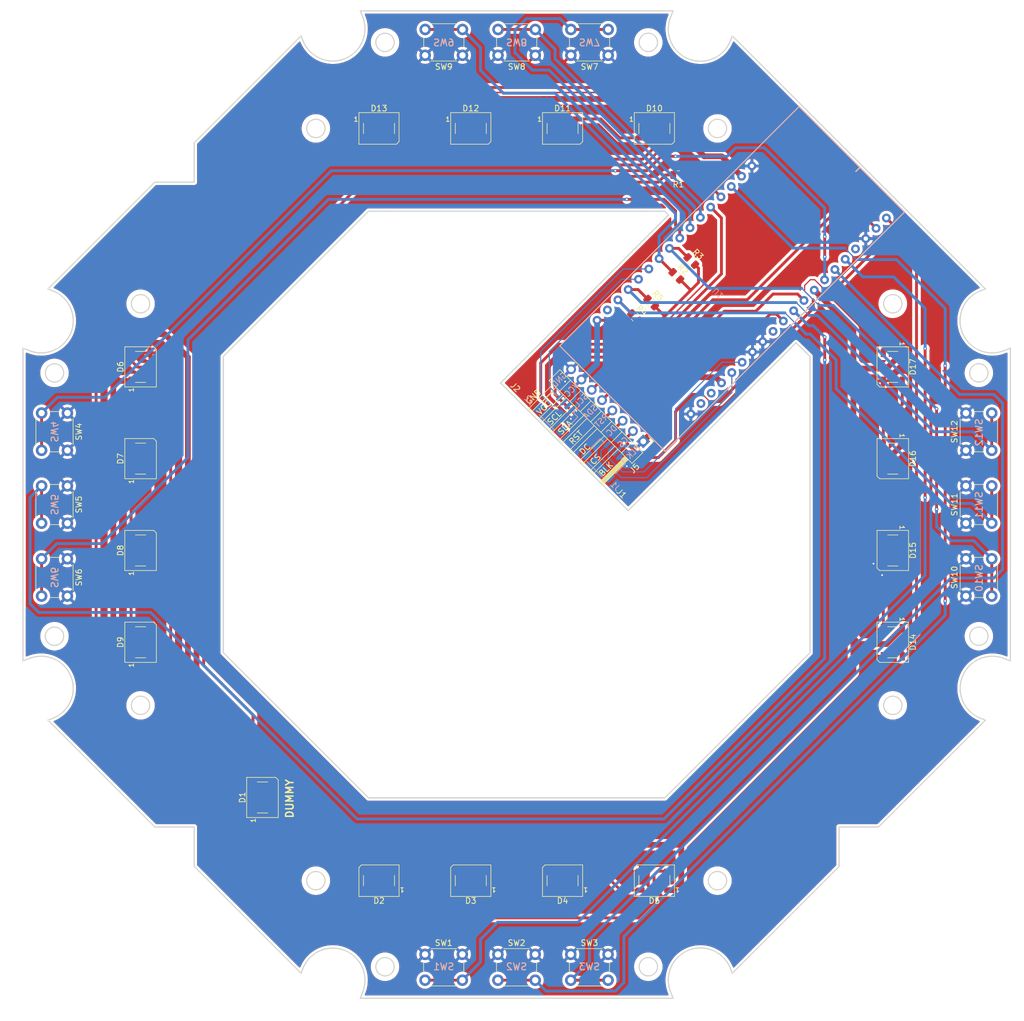
<source format=kicad_pcb>
(kicad_pcb (version 20241229) (generator "pcbnew") (generator_version "9.0")
  (layers (0 "F.Cu" signal) (2 "B.Cu" signal) (13 "F.Paste" user) (15 "B.Paste" user) (5 "F.SilkS" user "F.Silkscreen") (7 "B.SilkS" user "B.Silkscreen") (1 "F.Mask" user) (3 "B.Mask" user) (25 "Edge.Cuts" user))
  (net 0 "")
  (net 1 "/B9")
  (net 2 "+3.3V")
  (net 3 "/B10")
  (net 5 "/B11")
  (net 6 "/B12")
  (net 7 "/B3")
  (net 9 "/B4")
  (net 10 "/B6")
  (net 11 "/B8")
  (net 12 "/B2")
  (net 13 "/B7")
  (net 14 "/B5")
  (net 16 "/B1")
  (net 17 "/I2C2_SCL")
  (net 20 "/SCL (SCLK)")
  (net 21 "/I2C1_SCL")
  (net 22 "/CS")
  (net 23 "/I2C2_SDA")
  (net 24 "/DC")
  (net 25 "GND")
  (net 26 "+5V")
  (net 27 "Net-(D1-DOUT)")
  (net 28 "Net-(D1-DIN)")
  (net 29 "Net-(D2-DOUT)")
  (net 30 "Net-(D3-DOUT)")
  (net 31 "Net-(D4-DOUT)")
  (net 32 "Net-(D5-DOUT)")
  (net 33 "Net-(D6-DOUT)")
  (net 34 "Net-(D7-DOUT)")
  (net 35 "Net-(D8-DOUT)")
  (net 36 "Net-(D10-DIN)")
  (net 37 "Net-(D10-DOUT)")
  (net 38 "Net-(D11-DOUT)")
  (net 39 "Net-(D12-DOUT)")
  (net 40 "Net-(D13-DOUT)")
  (net 41 "Net-(D14-DOUT)")
  (net 42 "Net-(D15-DOUT)")
  (net 44 "/NEOPIXEL")
  (net 45 "Net-(D16-DOUT)")
  (net 46 "/I2C1_SDA")
  (net 47 "/SDA (MOSI)")
  (net 48 "/RST")
  (footprint "LED_SMD:LED_WS2812B_PLCC4_5.0x5.0mm_P3.2mm" (layer "F.Cu") (at 105.307883 170.253558 180)
    (property "Reference" "D3")
    (property "Value" "WS2812B")
  )
  (footprint "Resistor_SMD:R_0805_2012Metric" (layer "F.Cu") (at 141.137878 64.83521 -45)
    (property "Reference" "R2")
    (property "Value" "10k")
  )
  (footprint "LED_SMD:LED_WS2812B_PLCC4_5.0x5.0mm_P3.2mm" (layer "F.Cu") (at 105.307883 39.137791)
    (property "Reference" "D12")
    (property "Value" "WS2812B")
  )
  (footprint "Button_Switch_THT:SW_PUSH_6mm" (layer "F.Cu") (at 191.615781 95.245689 90)
    (property "Reference" "SW12")
    (property "Value" "SW_Push_Dual")
  )
  (footprint "LED_SMD:LED_WS2812B_PLCC4_5.0x5.0mm_P3.2mm" (layer "F.Cu") (at 178.865767 80.695674 -90)
    (property "Reference" "D17")
    (property "Value" "WS2812B")
  )
  (footprint "Button_Switch_THT:SW_PUSH_6mm" (layer "F.Cu") (at 191.615781 107.945689 90)
    (property "Reference" "SW11")
    (property "Value" "SW_Push_Dual")
  )
  (footprint "LED_SMD:LED_WS2812B_PLCC4_5.0x5.0mm_P3.2mm" (layer "F.Cu") (at 47.75 96.695674 90)
    (property "Reference" "D7")
    (property "Value" "WS2812B")
  )
  (footprint "LED_SMD:LED_WS2812B_PLCC4_5.0x5.0mm_P3.2mm" (layer "F.Cu") (at 137.307883 170.253558 180)
    (property "Reference" "D5")
    (property "Value" "WS2812B")
  )
  (footprint "LED_SMD:LED_WS2812B_PLCC4_5.0x5.0mm_P3.2mm" (layer "F.Cu") (at 89.307883 39.137791)
    (property "Reference" "D13")
    (property "Value" "WS2812B")
  )
  (footprint "LED_SMD:LED_WS2812B_PLCC4_5.0x5.0mm_P3.2mm" (layer "F.Cu") (at 121.307883 39.137791)
    (property "Reference" "D11")
    (property "Value" "WS2812B")
  )
  (footprint "Button_Switch_THT:SW_PUSH_6mm" (layer "F.Cu") (at 35.000006 114.14568 -90)
    (property "Reference" "SW6")
    (property "Value" "SW_Push_Dual")
  )
  (footprint "Resistor_SMD:R_0805_2012Metric" (layer "F.Cu") (at 141.5 47.25 180)
    (property "Reference" "R1")
    (property "Value" "220R")
  )
  (footprint "LED_SMD:LED_WS2812B_PLCC4_5.0x5.0mm_P3.2mm" (layer "F.Cu") (at 69 155.75 90)
    (property "Reference" "D1")
    (property "Value" "WS2812B")
  )
  (footprint "LED_SMD:LED_WS2812B_PLCC4_5.0x5.0mm_P3.2mm" (layer "F.Cu") (at 178.865767 96.695674 -90)
    (property "Reference" "D16")
    (property "Value" "WS2812B")
  )
  (footprint "Button_Switch_THT:SW_PUSH_6mm" (layer "F.Cu") (at 116.557889 26.387797 180)
    (property "Reference" "SW8")
    (property "Value" "SW_Push_Dual")
  )
  (footprint "LED_SMD:LED_WS2812B_PLCC4_5.0x5.0mm_P3.2mm" (layer "F.Cu") (at 121.307883 170.253558 180)
    (property "Reference" "D4")
    (property "Value" "WS2812B")
  )
  (footprint "LED_SMD:LED_WS2812B_PLCC4_5.0x5.0mm_P3.2mm" (layer "F.Cu") (at 178.865766 128.695674 -90)
    (property "Reference" "D14")
    (property "Value" "WS2812B")
  )
  (footprint "Button_Switch_THT:SW_PUSH_6mm" (layer "F.Cu") (at 97.338849 183.099249)
    (property "Reference" "SW1")
    (property "Value" "SW_Push_Dual")
  )
  (footprint "LED_SMD:LED_WS2812B_PLCC4_5.0x5.0mm_P3.2mm" (layer "F.Cu") (at 47.75 112.695674 90)
    (property "Reference" "D8")
    (property "Value" "WS2812B")
  )
  (footprint "Button_Switch_THT:SW_PUSH_6mm" (layer "F.Cu") (at 122.738849 183.099249)
    (property "Reference" "SW3")
    (property "Value" "SW_Push_Dual")
  )
  (footprint "Button_Switch_THT:SW_PUSH_6mm" (layer "F.Cu") (at 110.038849 183.099249)
    (property "Reference" "SW2")
    (property "Value" "SW_Push_Dual")
  )
  (footprint "Connector_PinHeader_2.54mm:PinHeader_1x08_P2.54mm_Horizontal" (layer "F.Cu") (at 135.369165 93.681981 -135)
    (property "Reference" "J5")
    (property "Value" "Conn_01x08")
  )
  (footprint "Button_Switch_THT:SW_PUSH_6mm" (layer "F.Cu") (at 35.000006 88.74568 -90)
    (property "Reference" "SW4")
    (property "Value" "SW_Push_Dual")
  )
  (footprint "LED_SMD:LED_WS2812B_PLCC4_5.0x5.0mm_P3.2mm" (layer "F.Cu") (at 47.75 128.695674 90)
    (property "Reference" "D9")
    (property "Value" "WS2812B")
  )
  (footprint "Button_Switch_THT:SW_PUSH_6mm" (layer "F.Cu") (at 191.615781 120.645689 90)
    (property "Reference" "SW10")
    (property "Value" "SW_Push_Dual")
  )
  (footprint "Resistor_SMD:R_0805_2012Metric" (layer "F.Cu") (at 143.75 62.25 -45)
    (property "Reference" "R3")
    (property "Value" "10k")
  )
  (footprint "LED_SMD:LED_WS2812B_PLCC4_5.0x5.0mm_P3.2mm" (layer "F.Cu") (at 178.865767 112.695674 -90)
    (property "Reference" "D15")
    (property "Value" "WS2812B")
  )
  (footprint "Resistor_SMD:R_0805_2012Metric" (layer "F.Cu") (at 133.953673 72.019415 -45)
    (property "Reference" "R4")
    (property "Value" "10k")
  )
  (footprint "LED_SMD:LED_WS2812B_PLCC4_5.0x5.0mm_P3.2mm" (layer "F.Cu") (at 47.75 80.695674 90)
    (property "Reference" "D6")
    (property "Value" "WS2812B")
  )
  (footprint "Resistor_SMD:R_0805_2012Metric" (layer "F.Cu") (at 136.75 69.5 -45)
    (property "Reference" "R5")
    (property "Value" "10k")
  )
  (footprint "LED_SMD:LED_WS2812B_PLCC4_5.0x5.0mm_P3.2mm" (layer "F.Cu") (at 137.307883 39.137791)
    (property "Reference" "D10")
    (property "Value" "WS2812B")
  )
  (footprint "Button_Switch_THT:SW_PUSH_6mm" (layer "F.Cu") (at 129.257889 26.387797 180)
    (property "Reference" "SW7")
    (property "Value" "SW_Push_Dual")
  )
  (footprint "LED_SMD:LED_WS2812B_PLCC4_5.0x5.0mm_P3.2mm" (layer "F.Cu") (at 89.307883 170.253557 180)
    (property "Reference" "D2")
    (property "Value" "WS2812B")
  )
  (footprint "Button_Switch_THT:SW_PUSH_6mm" (layer "F.Cu") (at 35.000006 101.44568 -90)
    (property "Reference" "SW5")
    (property "Value" "SW_Push_Dual")
  )
  (footprint "Button_Switch_THT:SW_PUSH_6mm" (layer "F.Cu") (at 103.857889 26.387797 180)
    (property "Reference" "SW9")
    (property "Value" "SW_Push_Dual")
  )
  (footprint "Library:LOLIN32" (layer "B.Cu") (at 150.512247 65.724297 -45)
    (property "Reference" "U1")
    (property "Value" "~")
  )
  (footprint "Library:JST_SH_SM04B-SRSS-TB_1x04-1MP_P1.00mm" (layer "B.Cu") (at 128.805724 96.654074 135)
    (property "Reference" "J1")
    (property "Value" "OLED1&2")
  )
  (footprint "Library:JST_SH_SM04B-SRSS-TB_1x04-1MP_P1.00mm" (layer "B.Cu") (at 120.5 88.5 135)
    (property "Reference" "J2")
    (property "Value" "OLED3&4")
  )
  (gr_circle (center 90.357883 185.253558) (end 91.957883 185.253558) (stroke (width 0.2)) (fill no) (layer "Edge.Cuts"))
  (gr_circle (center 32.75 127.645674) (end 34.35 127.645674) (stroke (width 0.2)) (fill no) (layer "Edge.Cuts"))
  (gr_line (start 198.220855 77.880402) (end 199.365767 77.437892) (stroke (width 0.2)) (layer "Edge.Cuts"))
  (gr_line (start 178.250094 50.360066) (end 195.005664 67.115636) (stroke (width 0.2)) (layer "Edge.Cuts"))
  (gr_line (start 139.130089 155.822789) (end 141.885409 153.067468) (stroke (width 0.2)) (layer "Edge.Cuts"))
  (gr_line (start 84.730357 153.067468) (end 87.485678 155.822789) (stroke (width 0.2)) (layer "Edge.Cuts"))
  (gr_line (start 169.946793 42.056765) (end 175.946793 48.056765) (stroke (width 0.2)) (layer "Edge.Cuts"))
  (gr_line (start 164.434998 130.51788) (end 161.679677 133.2732) (stroke (width 0.2)) (layer "Edge.Cuts"))
  (gr_circle (center 136.257883 24.137791) (end 137.857883 24.137791) (stroke (width 0.2)) (fill no) (layer "Edge.Cuts"))
  (gr_circle (center 178.865766 69.695674) (end 180.465766 69.695674) (stroke (width 0.2)) (fill no) (layer "Edge.Cuts"))
  (gr_line (start 64.936089 133.2732) (end 73.41901 141.756121) (stroke (width 0.2)) (layer "Edge.Cuts"))
  (gr_line (start 73.41901 141.756121) (end 76.247437 144.584548) (stroke (width 0.2)) (layer "Edge.Cuts"))
  (gr_line (start 87.485678 53.568559) (end 91.38229 53.568559) (stroke (width 0.2)) (layer "Edge.Cuts"))
  (gr_arc (start 194.18314 141.957806) (mid 190.978592 134.715544) (end 198.220857 131.510975) (stroke (width 0.2)) (layer "Edge.Cuts"))
  (gr_circle (center 90.357883 24.137791) (end 91.957883 24.137791) (stroke (width 0.2)) (fill no) (layer "Edge.Cuts"))
  (gr_line (start 164.434998 126.621268) (end 164.434998 82.770081) (stroke (width 0.2)) (layer "Edge.Cuts"))
  (gr_line (start 135.233477 155.822789) (end 139.130089 155.822789) (stroke (width 0.2)) (layer "Edge.Cuts"))
  (gr_line (start 31.610103 67.115636) (end 50.229634 48.496105) (stroke (width 0.2)) (layer "Edge.Cuts"))
  (gr_arc (start 32.432641 67.433548) (mid 35.637204 74.675839) (end 28.394914 77.880403) (stroke (width 0.2)) (layer "Edge.Cuts"))
  (gr_line (start 50.229634 48.496105) (end 57.108314 48.496105) (stroke (width 0.2)) (layer "Edge.Cuts"))
  (gr_circle (center 47.75 69.695674) (end 49.35 69.695674) (stroke (width 0.2)) (fill no) (layer "Edge.Cuts"))
  (gr_line (start 199.365767 131.953457) (end 198.220866 131.510951) (stroke (width 0.2)) (layer "Edge.Cuts"))
  (gr_line (start 31.610103 142.275713) (end 32.43264 141.957801) (stroke (width 0.2)) (layer "Edge.Cuts"))
  (gr_line (start 162 76.5) (end 132.75 105.75) (stroke (width 0.2)) (layer "Edge.Cuts"))
  (gr_line (start 132.75 105.75) (end 110.5 83.5) (stroke (width 0.2)) (layer "Edge.Cuts"))
  (gr_line (start 140.565666 18.637791) (end 140.123156 19.782703) (stroke (width 0.2)) (layer "Edge.Cuts"))
  (gr_line (start 86.050101 190.753558) (end 86.492611 189.608646) (stroke (width 0.2)) (layer "Edge.Cuts"))
  (gr_line (start 87.485678 155.822789) (end 91.38229 155.822789) (stroke (width 0.2)) (layer "Edge.Cuts"))
  (gr_line (start 62.180768 78.873469) (end 62.180768 82.770081) (stroke (width 0.2)) (layer "Edge.Cuts"))
  (gr_line (start 199.365767 77.437892) (end 199.365767 131.953457) (stroke (width 0.2)) (layer "Edge.Cuts"))
  (gr_circle (center 78.307883 170.253557) (end 79.907883 170.253557) (stroke (width 0.2)) (fill no) (layer "Edge.Cuts"))
  (gr_line (start 62.180768 130.51788) (end 64.936089 133.2732) (stroke (width 0.2)) (layer "Edge.Cuts"))
  (gr_line (start 76.247437 144.584548) (end 84.730357 153.067468) (stroke (width 0.2)) (layer "Edge.Cuts"))
  (gr_arc (start 140.12316 189.608657) (mid 143.319777 182.369446) (end 150.563863 185.555014) (stroke (width 0.2)) (layer "Edge.Cuts"))
  (gr_line (start 76.045754 185.570927) (end 75.727845 186.393455) (stroke (width 0.2)) (layer "Edge.Cuts"))
  (gr_line (start 75.727845 186.393455) (end 57.108314 167.773924) (stroke (width 0.2)) (layer "Edge.Cuts"))
  (gr_line (start 75.727845 22.997894) (end 76.045755 23.820425) (stroke (width 0.2)) (layer "Edge.Cuts"))
  (gr_line (start 91.38229 155.822789) (end 135.233477 155.822789) (stroke (width 0.2)) (layer "Edge.Cuts"))
  (gr_line (start 162 76.5) (end 164.434998 78.873469) (stroke (width 0.2)) (layer "Edge.Cuts"))
  (gr_line (start 150.36833 144.584548) (end 153.196757 141.756121) (stroke (width 0.2)) (layer "Edge.Cuts"))
  (gr_line (start 64.936089 76.118148) (end 62.180768 78.873469) (stroke (width 0.2)) (layer "Edge.Cuts"))
  (gr_line (start 167.643492 39.753464) (end 169.946793 42.056765) (stroke (width 0.2)) (layer "Edge.Cuts"))
  (gr_line (start 135.233477 53.568559) (end 139.130089 53.568559) (stroke (width 0.2)) (layer "Edge.Cuts"))
  (gr_line (start 57.108314 160.895244) (end 50.229634 160.895244) (stroke (width 0.2)) (layer "Edge.Cuts"))
  (gr_line (start 86.492609 19.782699) (end 86.050101 18.637791) (stroke (width 0.2)) (layer "Edge.Cuts"))
  (gr_line (start 150.887922 186.393455) (end 150.563863 185.555014) (stroke (width 0.2)) (layer "Edge.Cuts"))
  (gr_circle (center 47.75 139.695675) (end 49.35 139.695675) (stroke (width 0.2)) (fill no) (layer "Edge.Cuts"))
  (gr_line (start 140.12316 189.608657) (end 140.565666 190.753558) (stroke (width 0.2)) (layer "Edge.Cuts"))
  (gr_circle (center 193.865767 127.645674) (end 195.465767 127.645674) (stroke (width 0.2)) (fill no) (layer "Edge.Cuts"))
  (gr_line (start 141.885409 153.067468) (end 150.36833 144.584548) (stroke (width 0.2)) (layer "Edge.Cuts"))
  (gr_circle (center 148.307884 170.253557) (end 149.907884 170.253557) (stroke (width 0.2)) (fill no) (layer "Edge.Cuts"))
  (gr_line (start 164.434998 78.873469) (end 164.434998 82.770081) (stroke (width 0.2)) (layer "Edge.Cuts"))
  (gr_line (start 57.108314 48.496105) (end 57.108314 41.617425) (stroke (width 0.2)) (layer "Edge.Cuts"))
  (gr_line (start 84.730357 56.32388) (end 76.247437 64.806801) (stroke (width 0.2)) (layer "Edge.Cuts"))
  (gr_line (start 62.180768 82.770081) (end 62.180768 126.621268) (stroke (width 0.2)) (layer "Edge.Cuts"))
  (gr_line (start 50.229634 160.895244) (end 31.610103 142.275713) (stroke (width 0.2)) (layer "Edge.Cuts"))
  (gr_line (start 194.18314 141.957806) (end 195.005664 142.275713) (stroke (width 0.2)) (layer "Edge.Cuts"))
  (gr_line (start 84.730357 56.32388) (end 87.485678 53.568559) (stroke (width 0.2)) (layer "Edge.Cuts"))
  (gr_line (start 139.75 54.25) (end 110.5 83.5) (stroke (width 0.2)) (layer "Edge.Cuts"))
  (gr_circle (center 193.865767 81.745674) (end 195.465767 81.745674) (stroke (width 0.2)) (fill no) (layer "Edge.Cuts"))
  (gr_line (start 175.946793 48.056765) (end 178.250094 50.360066) (stroke (width 0.2)) (layer "Edge.Cuts"))
  (gr_circle (center 178.865766 139.695675) (end 180.465766 139.695675) (stroke (width 0.2)) (fill no) (layer "Edge.Cuts"))
  (gr_circle (center 78.307883 39.137791) (end 79.907883 39.137791) (stroke (width 0.2)) (fill no) (layer "Edge.Cuts"))
  (gr_line (start 32.432641 67.433548) (end 31.610103 67.115636) (stroke (width 0.2)) (layer "Edge.Cuts"))
  (gr_line (start 57.108314 41.617425) (end 75.727845 22.997894) (stroke (width 0.2)) (layer "Edge.Cuts"))
  (gr_line (start 176.386133 160.895244) (end 169.507453 160.895244) (stroke (width 0.2)) (layer "Edge.Cuts"))
  (gr_arc (start 28.394913 131.510946) (mid 35.637192 134.715509) (end 32.43264 141.957801) (stroke (width 0.2)) (layer "Edge.Cuts"))
  (gr_line (start 169.507453 160.895244) (end 169.507453 167.773924) (stroke (width 0.2)) (layer "Edge.Cuts"))
  (gr_circle (center 148.307884 39.137791) (end 149.907884 39.137791) (stroke (width 0.2)) (fill no) (layer "Edge.Cuts"))
  (gr_line (start 73.41901 67.635228) (end 76.247437 64.806801) (stroke (width 0.2)) (layer "Edge.Cuts"))
  (gr_line (start 62.180768 126.621268) (end 62.180768 130.51788) (stroke (width 0.2)) (layer "Edge.Cuts"))
  (gr_line (start 57.108314 167.773924) (end 57.108314 160.895244) (stroke (width 0.2)) (layer "Edge.Cuts"))
  (gr_arc (start 150.570004 23.820447) (mid 143.327738 27.024998) (end 140.123156 19.782703) (stroke (width 0.2)) (layer "Edge.Cuts"))
  (gr_line (start 139.130089 53.568559) (end 139.75 54.25) (stroke (width 0.2)) (layer "Edge.Cuts"))
  (gr_line (start 27.25 77.437892) (end 28.394914 77.880403) (stroke (width 0.2)) (layer "Edge.Cuts"))
  (gr_line (start 86.050101 18.637791) (end 140.565666 18.637791) (stroke (width 0.2)) (layer "Edge.Cuts"))
  (gr_line (start 135.233477 53.568559) (end 91.38229 53.568559) (stroke (width 0.2)) (layer "Edge.Cuts"))
  (gr_arc (start 198.220855 77.880401) (mid 190.978598 74.675853) (end 194.18313 67.433547) (stroke (width 0.2)) (layer "Edge.Cuts"))
  (gr_line (start 195.005664 142.275713) (end 176.386133 160.895244) (stroke (width 0.2)) (layer "Edge.Cuts"))
  (gr_line (start 164.434998 126.621268) (end 164.434998 130.51788) (stroke (width 0.2)) (layer "Edge.Cuts"))
  (gr_arc (start 76.045754 185.570927) (mid 83.288039 182.366362) (end 86.492611 189.608646) (stroke (width 0.2)) (layer "Edge.Cuts"))
  (gr_line (start 150.570004 23.820447) (end 150.887922 22.997894) (stroke (width 0.2)) (layer "Edge.Cuts"))
  (gr_arc (start 86.492609 19.782699) (mid 83.288043 27.024988) (end 76.045755 23.820425) (stroke (width 0.2)) (layer "Edge.Cuts"))
  (gr_line (start 28.394913 131.510946) (end 27.25 131.953457) (stroke (width 0.2)) (layer "Edge.Cuts"))
  (gr_line (start 153.196757 141.756121) (end 161.679677 133.2732) (stroke (width 0.2)) (layer "Edge.Cuts"))
  (gr_line (start 73.41901 67.635228) (end 64.936089 76.118148) (stroke (width 0.2)) (layer "Edge.Cuts"))
  (gr_line (start 27.25 131.953457) (end 27.25 77.437892) (stroke (width 0.2)) (layer "Edge.Cuts"))
  (gr_line (start 150.887922 22.997894) (end 167.643492 39.753464) (stroke (width 0.2)) (layer "Edge.Cuts"))
  (gr_line (start 169.507453 167.773924) (end 150.887922 186.393455) (stroke (width 0.2)) (layer "Edge.Cuts"))
  (gr_circle (center 32.75 81.745674) (end 34.35 81.745674) (stroke (width 0.2)) (fill no) (layer "Edge.Cuts"))
  (gr_line (start 195.005664 67.115636) (end 194.18313 67.433547) (stroke (width 0.2)) (layer "Edge.Cuts"))
  (gr_line (start 140.565666 190.753558) (end 86.050101 190.753558) (stroke (width 0.2)) (layer "Edge.Cuts"))
  (gr_circle (center 136.257883 185.253558) (end 137.857883 185.253558) (stroke (width 0.2)) (fill no) (layer "Edge.Cuts"))
  (gr_text "CS" (at 126.7 98 45) (layer "F.SilkS") (effects (font (size 1 1)) (justify left bottom)))
  (gr_text "VCC" (at 117.4 89.3 45) (layer "F.SilkS") (effects (font (size 1 1)) (justify left bottom)))
  (gr_text "BLK" (at 128.25 100 45) (layer "F.SilkS") (effects (font (size 1 1)) (justify left bottom)))
  (gr_text "DC" (at 124.85 96.25 45) (layer "F.SilkS") (effects (font (size 1 1)) (justify left bottom)))
  (gr_text "SCL" (at 119.25 91.05 45) (layer "F.SilkS") (effects (font (size 1 1)) (justify left bottom)))
  (gr_text "DUMMY" (at 74.5 159.5 90) (layer "F.SilkS") (effects (font (size 1.3 1.3) (thickness 0.25) (bold yes)) (justify left bottom)))
  (gr_text "RST" (at 123.05 94.45 45) (layer "F.SilkS") (effects (font (size 1 1)) (justify left bottom)))
  (gr_text "J2" (at 112 84 315) (layer "F.SilkS") (effects (font (size 1 1)) (justify left bottom)))
  (gr_text "GND" (at 115.5 87.5 45) (layer "F.SilkS") (effects (font (size 1 1)) (justify left bottom)))
  (gr_text "SDA" (at 121.1 92.75 45) (layer "F.SilkS") (effects (font (size 1 1)) (justify left bottom)))
  (gr_text "J1" (at 130.5 102.5 315) (layer "F.SilkS") (effects (font (size 1 1)) (justify left bottom)))
  (gr_text "RST" (at 127.5 91.5 45) (layer "B.SilkS") (effects (font (size 1 1)) (justify right bottom mirror)))
  (gr_text "SW9" (at 100.6 23.390797 180) (layer "B.SilkS") (effects (font (size 1.2 1.2) (thickness 0.2) (bold yes)) (justify bottom mirror)))
  (gr_text "SW12" (at 194.612781 92.1 90) (layer "B.SilkS") (effects (font (size 1.2 1.2) (thickness 0.2) (bold yes)) (justify bottom mirror)))
  (gr_text "SW2" (at 113.288849 185.950999 0) (layer "B.SilkS") (effects (font (size 1.2 1.2) (thickness 0.2) (bold yes)) (justify bottom mirror)))
  (gr_text "VCC" (at 122.2 86.2 45) (layer "B.SilkS") (effects (font (size 1 1)) (justify right bottom mirror)))
  (gr_text "SDA" (at 125.5 90 45) (layer "B.SilkS") (effects (font (size 1 1)) (justify right bottom mirror)))
  (gr_text "SW7" (at 126 23.390797 180) (layer "B.SilkS") (effects (font (size 1.2 1.2) (thickness 0.2) (bold yes)) (justify bottom mirror)))
  (gr_text "SW8" (at 113.3 23.390797 180) (layer "B.SilkS") (effects (font (size 1.2 1.2) (thickness 0.2) (bold yes)) (justify bottom mirror)))
  (gr_text "SW4" (at 32.003006 92 270) (layer "B.SilkS") (effects (font (size 1.2 1.2) (thickness 0.2) (bold yes)) (justify bottom mirror)))
  (gr_text "BLK" (at 133 97 45) (layer "B.SilkS") (effects (font (size 1 1)) (justify right bottom mirror)))
  (gr_text "GND" (at 120 84.5 45) (layer "B.SilkS") (effects (font (size 1 1)) (justify right bottom mirror)))
  (gr_text "SW3" (at 125.988849 185.950999 0) (layer "B.SilkS") (effects (font (size 1.2 1.2) (thickness 0.2) (bold yes)) (justify bottom mirror)))
  (gr_text "SW5" (at 32.003006 104.7 270) (layer "B.SilkS") (effects (font (size 1.2 1.2) (thickness 0.2) (bold yes)) (justify bottom mirror)))
  (gr_text "SCL" (at 123.918861 87.994419 45) (layer "B.SilkS") (effects (font (size 1 1)) (justify right bottom mirror)))
  (gr_text "SW10" (at 194.612781 117.5 90) (layer "B.SilkS") (effects (font (size 1.2 1.2) (thickness 0.2) (bold yes)) (justify bottom mirror)))
  (gr_text "CS" (at 131.5 95 45) (layer "B.SilkS") (effects (font (size 1 1)) (justify right bottom mirror)))
  (gr_text "DC" (at 129.5 93 45) (layer "B.SilkS") (effects (font (size 1 1)) (justify right bottom mirror)))
  (gr_text "SW1" (at 100.588849 185.950999 0) (layer "B.SilkS") (effects (font (size 1.2 1.2) (thickness 0.2) (bold yes)) (justify bottom mirror)))
  (gr_text "SW11" (at 194.612781 104.8 90) (layer "B.SilkS") (effects (font (size 1.2 1.2) (thickness 0.2) (bold yes)) (justify bottom mirror)))
  (gr_text "SW6" (at 32.003006 117.4 270) (layer "B.SilkS") (effects (font (size 1.2 1.2) (thickness 0.2) (bold yes)) (justify bottom mirror)))
  (segment (start 138.137878 61.83521) (end 140.492643 64.189975) (width 0.5) (layer "F.Cu") (net 1))
  (segment (start 97.357889 21.887797) (end 103.857889 21.887797) (width 0.5) (layer "F.Cu") (net 1))
  (segment (start 138.137878 57.862122) (end 138.137878 61.83521) (width 0.5) (layer "B.Cu") (net 1))
  (segment (start 107 29) (end 111 33) (width 0.5) (layer "B.Cu") (net 1))
  (segment (start 141 55) (end 138.137878 57.862122) (width 0.5) (layer "B.Cu") (net 1))
  (segment (start 141 54) (end 141 55) (width 0.5) (layer "B.Cu") (net 1))
  (segment (start 120 33) (end 141 54) (width 0.5) (layer "B.Cu") (net 1))
  (segment (start 103.857889 21.887797) (end 107 25.029908) (width 0.5) (layer "B.Cu") (net 1))
  (segment (start 111 33) (end 120 33) (width 0.5) (layer "B.Cu") (net 1))
  (segment (start 107 25.029908) (end 107 29) (width 0.5) (layer "B.Cu") (net 1))
  (segment (start 137 74) (end 139 72) (width 0.5) (layer "F.Cu") (net 2))
  (segment (start 135.934258 74) (end 137 74) (width 0.5) (layer "F.Cu") (net 2))
  (segment (start 137.395235 70.145235) (end 139 71.75) (width 0.5) (layer "F.Cu") (net 2))
  (segment (start 133.263558 74) (end 134.598908 72.66465) (width 0.5) (layer "F.Cu") (net 2))
  (segment (start 137.5 91.5) (end 137.5 89.5) (width 1) (layer "F.Cu") (net 2))
  (segment (start 139 71.75) (end 139 72) (width 0.5) (layer "F.Cu") (net 2))
  (segment (start 135.369165 93.681981) (end 136 93.051146) (width 1) (layer "F.Cu") (net 2))
  (segment (start 128.576162 72.576162) (end 130 74) (width 0.5) (layer "F.Cu") (net 2))
  (segment (start 145 66) (end 145 63.5) (width 0.5) (layer "F.Cu") (net 2))
  (segment (start 134.598908 72.66465) (end 135.934258 74) (width 0.5) (layer "F.Cu") (net 2))
  (segment (start 127.326216 72.576162) (end 128.576162 72.576162) (width 0.5) (layer "F.Cu") (net 2))
  (segment (start 137.5 89.5) (end 144.5 82.5) (width 1) (layer "F.Cu") (net 2))
  (segment (start 139 72) (end 143.5 67.5) (width 0.5) (layer "F.Cu") (net 2))
  (segment (start 143.5 67.5) (end 145 66) (width 0.5) (layer "F.Cu") (net 2))
  (segment (start 145 63.5) (end 144.395235 62.895235) (width 0.5) (layer "F.Cu") (net 2))
  (segment (start 148.026362 82.5) (end 149.013181 83.486819) (width 1) (layer "F.Cu") (net 2))
  (segment (start 136 93) (end 137.5 91.5) (width 1) (layer "F.Cu") (net 2))
  (segment (start 141.783113 65.480445) (end 143.5 67.197332) (width 0.5) (layer "F.Cu") (net 2))
  (segment (start 136 93.051146) (end 136 93) (width 1) (layer "F.Cu") (net 2))
  (segment (start 130 74) (end 133.263558 74) (width 0.5) (layer "F.Cu") (net 2))
  (segment (start 143.5 67.197332) (end 143.5 67.5) (width 0.5) (layer "F.Cu") (net 2))
  (segment (start 144.5 82.5) (end 148.026362 82.5) (width 1) (layer "F.Cu") (net 2))
  (segment (start 124.592858 82.905674) (end 127.326216 80.172316) (width 1) (layer "B.Cu") (net 2))
  (segment (start 134.551146 94.5) (end 131.666905 94.5) (width 0.5) (layer "B.Cu") (net 2))
  (segment (start 123.5 86.207107) (end 122.267767 87.43934) (width 0.5) (layer "B.Cu") (net 2))
  (segment (start 127.326216 80.172316) (end 127.326216 72.576162) (width 1) (layer "B.Cu") (net 2))
  (segment (start 123.5 84) (end 123.5 86.207107) (width 0.5) (layer "B.Cu") (net 2))
  (segment (start 135.369165 93.681981) (end 134.551146 94.5) (width 0.5) (layer "B.Cu") (net 2))
  (segment (start 124.592858 82.905674) (end 124.592858 82.907142) (width 0.5) (layer "B.Cu") (net 2))
  (segment (start 124.592858 82.907142) (end 123.5 84) (width 0.5) (layer "B.Cu") (net 2))
  (segment (start 131.666905 94.5) (end 130.573491 95.593414) (width 0.5) (layer "B.Cu") (net 2))
  (segment (start 139.93393 60.039158) (end 141.539158 60.039158) (width 0.5) (layer "F.Cu") (net 3))
  (segment (start 186.5 105.5) (end 186.5 88) (width 0.5) (layer "F.Cu") (net 3))
  (segment (start 141.539158 60.039158) (end 143.104765 61.604765) (width 0.5) (layer "F.Cu") (net 3))
  (segment (start 196.115781 114.145689) (end 196.115781 120.645689) (width 0.5) (layer "F.Cu") (net 3))
  (via (at 186.5 88) (size 0.6) (drill 0.3) (layers "F.Cu" "B.Cu") (net 3))
  (via (at 186.5 105.5) (size 0.6) (drill 0.3) (layers "F.Cu" "B.Cu") (net 3))
  (segment (start 192.970092 111) (end 189 111) (width 0.5) (layer "B.Cu") (net 3))
  (segment (start 139.93393 60.039158) (end 146.894772 67) (width 0.5) (layer "B.Cu") (net 3))
  (segment (start 189 111) (end 186.5 108.5) (width 0.5) (layer "B.Cu") (net 3))
  (segment (start 186.5 88) (end 181.5 83) (width 0.5) (layer "B.Cu") (net 3))
  (segment (start 166 70) (end 168.5 70) (width 0.5) (layer "B.Cu") (net 3))
  (segment (start 196.115781 114.145689) (end 192.970092 111) (width 0.5) (layer "B.Cu") (net 3))
  (segment (start 168.5 70) (end 181.5 83) (width 0.5) (layer "B.Cu") (net 3))
  (segment (start 163 67) (end 166 70) (width 0.2) (layer "B.Cu") (net 3))
  (segment (start 186.5 108.5) (end 186.5 105.5) (width 0.5) (layer "B.Cu") (net 3))
  (segment (start 146.894772 67) (end 163 67) (width 0.5) (layer "B.Cu") (net 3))
  (segment (start 130.953673 69.019415) (end 133.308438 71.37418) (width 0.5) (layer "F.Cu") (net 5))
  (segment (start 196.115781 101.445689) (end 196.115781 107.945689) (width 0.5) (layer "F.Cu") (net 5))
  (segment (start 169 79.5) (end 164.5 75) (width 0.5) (layer "B.Cu") (net 5))
  (segment (start 161.794418 73) (end 160.077289 71.282871) (width 0.2) (layer "B.Cu") (net 5))
  (segment (start 189 104.5) (end 169 84.5) (width 0.5) (layer "B.Cu") (net 5))
  (segment (start 160.077289 71.282871) (end 133.217129 71.282871) (width 0.5) (layer "B.Cu") (net 5))
  (segment (start 192.670092 104.5) (end 189 104.5) (width 0.5) (layer "B.Cu") (net 5))
  (segment (start 196.115781 107.945689) (end 192.670092 104.5) (width 0.5) (layer "B.Cu") (net 5))
  (segment (start 169 84.5) (end 169 79.5) (width 0.5) (layer "B.Cu") (net 5))
  (segment (start 163.794418 75) (end 161.794418 73) (width 0.5) (layer "B.Cu") (net 5))
  (segment (start 164.5 75) (end 163.794418 75) (width 0.5) (layer "B.Cu") (net 5))
  (segment (start 133.217129 71.282871) (end 130.953673 69.019415) (width 0.5) (layer "B.Cu") (net 5))
  (segment (start 132.749725 67.223363) (end 134.473363 67.223363) (width 0.5) (layer "F.Cu") (net 6))
  (segment (start 134.473363 67.223363) (end 136.104765 68.854765) (width 0.5) (layer "F.Cu") (net 6))
  (segment (start 196.115781 88.745689) (end 196.115781 95.245689) (width 0.5) (layer "F.Cu") (net 6))
  (segment (start 162.034557 69.486819) (end 164.273869 71.726131) (width 0.2) (layer "B.Cu") (net 6))
  (segment (start 196.115781 95.245689) (end 192.870092 92) (width 0.5) (layer "B.Cu") (net 6))
  (segment (start 164.273869 71.726131) (end 165.726131 71.726131) (width 0.5) (layer "B.Cu") (net 6))
  (segment (start 132.749725 67.223363) (end 135.013181 69.486819) (width 0.5) (layer "B.Cu") (net 6))
  (segment (start 135.013181 69.486819) (end 162.034557 69.486819) (width 0.5) (layer "B.Cu") (net 6))
  (segment (start 165.726131 71.726131) (end 181 87) (width 0.5) (layer "B.Cu") (net 6))
  (segment (start 192.870092 92) (end 186 92) (width 0.5) (layer "B.Cu") (net 6))
  (segment (start 186 92) (end 181 87) (width 0.5) (layer "B.Cu") (net 6))
  (segment (start 122.738849 187.599249) (end 129.238849 187.599249) (width 0.5) (layer "F.Cu") (net 7))
  (segment (start 122.738849 187.599249) (end 126 184.338098) (width 0.5) (layer "B.Cu") (net 7))
  (segment (start 126 184.338098) (end 126 180.5) (width 0.5) (layer "B.Cu") (net 7))
  (segment (start 140 166.5) (end 189 117.5) (width 0.5) (layer "B.Cu") (net 7))
  (segment (start 198 116) (end 198 87) (width 0.5) (layer "B.Cu") (net 7))
  (segment (start 198 87) (end 196.5 85.5) (width 0.5) (layer "B.Cu") (net 7))
  (segment (start 196.5 117.5) (end 198 116) (width 0.5) (layer "B.Cu") (net 7))
  (segment (start 196.5 85.5) (end 190.539488 85.5) (width 0.5) (layer "B.Cu") (net 7))
  (segment (start 126 180.5) (end 140 166.5) (width 0.5) (layer "B.Cu") (net 7))
  (segment (start 189 117.5) (end 196.5 117.5) (width 0.5) (layer "B.Cu") (net 7))
  (segment (start 190.539488 85.5) (end 168.769744 63.730256) (width 0.5) (layer "B.Cu") (net 7))
  (segment (start 138.5 44) (end 141 44) (width 0.5) (layer "F.Cu") (net 9))
  (segment (start 130.5 46.5) (end 136 46.5) (width 0.5) (layer "F.Cu") (net 9))
  (segment (start 30.500006 95.24568) (end 30.500006 88.74568) (width 0.5) (layer "F.Cu") (net 9))
  (segment (start 167 58) (end 167 61.5) (width 0.5) (layer "F.Cu") (net 9))
  (segment (start 136 46.5) (end 138 44.5) (width 0.5) (layer "F.Cu") (net 9))
  (segment (start 138 44.5) (end 138.5 44) (width 0.5) (layer "F.Cu") (net 9))
  (via (at 141 44) (size 0.6) (drill 0.3) (layers "F.Cu" "B.Cu") (net 9))
  (via (at 167 58) (size 0.6) (drill 0.3) (layers "F.Cu" "B.Cu") (net 9))
  (via (at 130.5 46.5) (size 0.6) (drill 0.3) (layers "F.Cu" "B.Cu") (net 9))
  (via (at 167 61.5) (size 0.6) (drill 0.3) (layers "F.Cu" "B.Cu") (net 9))
  (segment (start 33.245686 86) (end 37 86) (width 0.5) (layer "B.Cu") (net 9))
  (segment (start 167 53) (end 167 58) (width 0.5) (layer "B.Cu") (net 9))
  (segment (start 37 86) (end 41.5 86) (width 0.5) (layer "B.Cu") (net 9))
  (segment (start 141 44) (end 150 44) (width 0.5) (layer "B.Cu") (net 9))
  (segment (start 167 61.5) (end 167 65.5) (width 0.5) (layer "B.Cu") (net 9))
  (segment (start 150 44) (end 151.5 42.5) (width 0.5) (layer "B.Cu") (net 9))
  (segment (start 151.5 42.5) (end 155.5 42.5) (width 0.5) (layer "B.Cu") (net 9))
  (segment (start 155.5 42.5) (end 156.5 42.5) (width 0.5) (layer "B.Cu") (net 9))
  (segment (start 78.5 49) (end 81 46.5) (width 0.5) (layer "B.Cu") (net 9))
  (segment (start 81 46.5) (end 130.5 46.5) (width 0.5) (layer "B.Cu") (net 9))
  (segment (start 162.5 48.5) (end 167 53) (width 0.5) (layer "B.Cu") (net 9))
  (segment (start 30.500006 88.74568) (end 33.245686 86) (width 0.5) (layer "B.Cu") (net 9))
  (segment (start 41.5 86) (end 78.5 49) (width 0.5) (layer "B.Cu") (net 9))
  (segment (start 167 65.5) (end 166.973693 65.526307) (width 0.5) (layer "B.Cu") (net 9))
  (segment (start 156.5 42.5) (end 162.5 48.5) (width 0.5) (layer "B.Cu") (net 9))
  (segment (start 141.729981 56.729981) (end 141.729981 58.243107) (width 0.5) (layer "F.Cu") (net 10))
  (segment (start 139 51.5) (end 141 53.5) (width 0.5) (layer "F.Cu") (net 10))
  (segment (start 141 56) (end 141.729981 56.729981) (width 0.5) (layer "F.Cu") (net 10))
  (segment (start 30.500006 120.64568) (end 30.500006 114.14568) (width 0.5) (layer "F.Cu") (net 10))
  (segment (start 141 53.5) (end 141 56) (width 0.5) (layer "F.Cu") (net 10))
  (segment (start 132.5 51.5) (end 139 51.5) (width 0.5) (layer "F.Cu") (net 10))
  (via (at 132.5 51.5) (size 0.6) (drill 0.3) (layers "F.Cu" "B.Cu") (net 10))
  (segment (start 56 87.5) (end 56 76) (width 0.5) (layer "B.Cu") (net 10))
  (segment (start 41 111.5) (end 42.5 110) (width 0.5) (layer "B.Cu") (net 10))
  (segment (start 80.5 51.5) (end 132.5 51.5) (width 0.5) (layer "B.Cu") (net 10))
  (segment (start 35.5 111.5) (end 41 111.5) (width 0.5) (layer "B.Cu") (net 10))
  (segment (start 33.145686 111.5) (end 35.5 111.5) (width 0.5) (layer "B.Cu") (net 10))
  (segment (start 30.500006 114.14568) (end 33.145686 111.5) (width 0.5) (layer "B.Cu") (net 10))
  (segment (start 56 76) (end 74.5 57.5) (width 0.5) (layer "B.Cu") (net 10))
  (segment (start 42.5 110) (end 56 96.5) (width 0.5) (layer "B.Cu") (net 10))
  (segment (start 74.5 57.5) (end 80.5 51.5) (width 0.5) (layer "B.Cu") (net 10))
  (segment (start 56 96.5) (end 56 87.5) (width 0.5) (layer "B.Cu") (net 10))
  (segment (start 110.057889 21.887797) (end 116.557889 21.887797) (width 0.5) (layer "F.Cu") (net 11))
  (segment (start 120 27) (end 120 25.329908) (width 0.5) (layer "B.Cu") (net 11))
  (segment (start 120 25.329908) (end 116.557889 21.887797) (width 0.5) (layer "B.Cu") (net 11))
  (segment (start 145.322083 52.322083) (end 120 27) (width 0.5) (layer "B.Cu") (net 11))
  (segment (start 145.322083 54.651005) (end 145.322083 52.322083) (width 0.5) (layer "B.Cu") (net 11))
  (segment (start 110.038849 187.599249) (end 116.538849 187.599249) (width 0.5) (layer "F.Cu") (net 12))
  (segment (start 188 121.5) (end 188 80.5) (width 0.5) (layer "F.Cu") (net 12))
  (via (at 188 80.5) (size 0.6) (drill 0.3) (layers "F.Cu" "B.Cu") (net 12))
  (via (at 188 121.5) (size 0.6) (drill 0.3) (layers "F.Cu" "B.Cu") (net 12))
  (segment (start 118.4396 189.5) (end 125.5 189.5) (width 0.5) (layer "B.Cu") (net 12))
  (segment (start 125.5 189.5) (end 130.5 189.5) (width 0.5) (layer "B.Cu") (net 12))
  (segment (start 188 80.5) (end 188 70.5) (width 0.5) (layer "B.Cu") (net 12))
  (segment (start 132 188) (end 132 183) (width 0.5) (layer "B.Cu") (net 12))
  (segment (start 130.5 189.5) (end 132 188) (width 0.5) (layer "B.Cu") (net 12))
  (segment (start 132 183) (end 132 180) (width 0.5) (layer "B.Cu") (net 12))
  (segment (start 145 167) (end 175.5 136.5) (width 0.5) (layer "B.Cu") (net 12))
  (segment (start 175.5 136.5) (end 188 124) (width 0.5) (layer "B.Cu") (net 12))
  (segment (start 172.5 62) (end 170.5 60) (width 0.2) (layer "B.Cu") (net 12))
  (segment (start 116.538849 187.599249) (end 118.4396 189.5) (width 0.5) (layer "B.Cu") (net 12))
  (segment (start 170.5 60) (end 161.447386 60) (width 0.5) (layer "B.Cu") (net 12))
  (segment (start 188 70.5) (end 179.5 62) (width 0.5) (layer "B.Cu") (net 12))
  (segment (start 161.447386 60) (end 150.710237 49.262851) (width 0.5) (layer "B.Cu") (net 12))
  (segment (start 179.5 62) (end 172.5 62) (width 0.5) (layer "B.Cu") (net 12))
  (segment (start 132 180) (end 145 167) (width 0.5) (layer "B.Cu") (net 12))
  (segment (start 188 124) (end 188 121.5) (width 0.5) (layer "B.Cu") (net 12))
  (segment (start 122.757889 21.887797) (end 129.257889 21.887797) (width 0.5) (layer "F.Cu") (net 13))
  (segment (start 116.039488 28.960512) (end 113.078976 26) (width 0.5) (layer "B.Cu") (net 13))
  (segment (start 118.960512 28.960512) (end 116.039488 28.960512) (width 0.5) (layer "B.Cu") (net 13))
  (segment (start 143.526032 53.526032) (end 118.960512 28.960512) (width 0.5) (layer "B.Cu") (net 13))
  (segment (start 113 26) (end 113 22) (width 0.5) (layer "B.Cu") (net 13))
  (segment (start 113 22) (end 115 20) (width 0.5) (layer "B.Cu") (net 13))
  (segment (start 115 20) (end 120.870092 20) (width 0.5) (layer "B.Cu") (net 13))
  (segment (start 113.078976 26) (end 113 26) (width 0.5) (layer "B.Cu") (net 13))
  (segment (start 120.870092 20) (end 122.757889 21.887797) (width 0.5) (layer "B.Cu") (net 13))
  (segment (start 143.526032 56.447056) (end 143.526032 53.526032) (width 0.5) (layer "B.Cu") (net 13))
  (segment (start 30.500006 107.94568) (end 30.500006 101.44568) (width 0.5) (layer "F.Cu") (net 14))
  (segment (start 167 79.5) (end 167 75.5) (width 0.5) (layer "F.Cu") (net 14))
  (via (at 167 75.5) (size 0.6) (drill 0.3) (layers "F.Cu" "B.Cu") (net 14))
  (via (at 167 79.5) (size 0.6) (drill 0.3) (layers "F.Cu" "B.Cu") (net 14))
  (segment (start 30.500006 101.44568) (end 28.5 103.445686) (width 0.5) (layer "B.Cu") (net 14))
  (segment (start 161.585539 70.914461) (end 164.171078 73.5) (width 0.5) (layer "B.Cu") (net 14))
  (segment (start 28.5 103.445686) (end 28.5 118) (width 0.5) (layer "B.Cu") (net 14))
  (segment (start 28.5 118) (end 28.5 122) (width 0.5) (layer "B.Cu") (net 14))
  (segment (start 28.5 122) (end 30 123.5) (width 0.5) (layer "B.Cu") (net 14))
  (segment (start 167 131.5) (end 167 116.5) (width 0.5) (layer "B.Cu") (net 14))
  (segment (start 164.171078 73.5) (end 165 73.5) (width 0.5) (layer "B.Cu") (net 14))
  (segment (start 139 159.5) (end 145 153.5) (width 0.5) (layer "B.Cu") (net 14))
  (segment (start 85.5 159.5) (end 139 159.5) (width 0.5) (layer "B.Cu") (net 14))
  (segment (start 165 73.5) (end 167 75.5) (width 0.5) (layer "B.Cu") (net 14))
  (segment (start 49.5 123.5) (end 60 134) (width 0.5) (layer "B.Cu") (net 14))
  (segment (start 60 134) (end 85.5 159.5) (width 0.5) (layer "B.Cu") (net 14))
  (segment (start 145 153.5) (end 167 131.5) (width 0.5) (layer "B.Cu") (net 14))
  (segment (start 167 116.5) (end 167 79.5) (width 0.5) (layer "B.Cu") (net 14))
  (segment (start 30 123.5) (end 49.5 123.5) (width 0.5) (layer "B.Cu") (net 14))
  (segment (start 184.5 103.5) (end 184.5 77.5) (width 0.5) (layer "F.Cu") (net 16))
  (segment (start 97.338849 187.599249) (end 103.838849 187.599249) (width 0.5) (layer "F.Cu") (net 16))
  (via (at 184.5 77.5) (size 0.6) (drill 0.3) (layers "F.Cu" "B.Cu") (net 16))
  (via (at 184.5 103.5) (size 0.6) (drill 0.3) (layers "F.Cu" "B.Cu") (net 16))
  (segment (start 107 180.5) (end 108.5 179) (width 0.5) (layer "B.Cu") (net 16))
  (segment (start 107 183) (end 107 180.5) (width 0.5) (layer "B.Cu") (net 16))
  (segment (start 107 184.438098) (end 107 183) (width 0.5) (layer "B.Cu") (net 16))
  (segment (start 103.838849 187.599249) (end 107 184.438098) (width 0.5) (layer "B.Cu") (net 16))
  (segment (start 110 177.5) (end 124 177.5) (width 0.5) (layer "B.Cu") (net 16))
  (segment (start 179 65) (end 182 68) (width 0.5) (layer "B.Cu") (net 16))
  (segment (start 177.5 65) (end 179 65) (width 0.5) (layer "B.Cu") (net 16))
  (segment (start 184.5 117) (end 184.5 103.5) (width 0.5) (layer "B.Cu") (net 16))
  (segment (start 173.63159 65) (end 177.5 65) (width 0.5) (layer "B.Cu") (net 16))
  (segment (start 124 177.5) (end 137 164.5) (width 0.5) (layer "B.Cu") (net 16))
  (segment (start 182 68) (end 184.5 70.5) (width 0.5) (layer "B.Cu") (net 16))
  (segment (start 170.565795 61.934205) (end 173.63159 65) (width 0.5) (layer "B.Cu") (net 16))
  (segment (start 108.5 179) (end 110 177.5) (width 0.5) (layer "B.Cu") (net 16))
  (segment (start 137 164.5) (end 184.5 117) (width 0.5) (layer "B.Cu") (net 16))
  (segment (start 184.5 70.5) (end 184.5 77.5) (width 0.5) (layer "B.Cu") (net 16))
  (segment (start 119 78) (end 131.572688 65.427312) (width 0.2) (layer "B.Cu") (net 17))
  (segment (start 131.572688 65.427312) (end 134.545776 65.427312) (width 0.2) (layer "B.Cu") (net 17))
  (segment (start 119 84.171573) (end 119 78) (width 0.2) (layer "B.Cu") (net 17))
  (segment (start 120.853553 86.025126) (end 119 84.171573) (width 0.2) (layer "B.Cu") (net 17))
  (segment (start 149.5 71) (end 155 71) (width 0.5) (layer "F.Cu") (net 20))
  (segment (start 127.590634 83.5) (end 137 83.5) (width 0.5) (layer "F.Cu") (net 20))
  (segment (start 162.26318 68) (end 163.38159 69.11841) (width 0.5) (layer "F.Cu") (net 20))
  (segment (start 126.388909 84.701725) (end 127.590634 83.5) (width 0.5) (layer "F.Cu") (net 20))
  (segment (start 155 71) (end 158 68) (width 0.5) (layer "F.Cu") (net 20))
  (segment (start 158 68) (end 162.26318 68) (width 0.5) (layer "F.Cu") (net 20))
  (segment (start 137 83.5) (end 149.5 71) (width 0.5) (layer "F.Cu") (net 20))
  (segment (start 150.809232 81.690768) (end 150.809232 85.190768) (width 0.2) (layer "B.Cu") (net 21))
  (segment (start 128 95.338478) (end 129.159278 94.1792) (width 0.2) (layer "B.Cu") (net 21))
  (segment (start 131.5 100) (end 128 96.5) (width 0.2) (layer "B.Cu") (net 21))
  (segment (start 150.809232 85.190768) (end 136 100) (width 0.2) (layer "B.Cu") (net 21))
  (segment (start 128 96.5) (end 128 95.338478) (width 0.2) (layer "B.Cu") (net 21))
  (segment (start 136 100) (end 131.5 100) (width 0.2) (layer "B.Cu") (net 21))
  (segment (start 164.5 65.5) (end 163.5 66.5) (width 0.2) (layer "F.Cu") (net 22))
  (segment (start 132.5 93) (end 132.5 94) (width 0.5) (layer "F.Cu") (net 22))
  (segment (start 133.573114 91.88593) (end 133.573114 91.926886) (width 0.5) (layer "F.Cu") (net 22))
  (segment (start 163.5 66.5) (end 163.5 67.5) (width 0.2) (layer "F.Cu") (net 22))
  (segment (start 165.231944 65.5) (end 164.5 65.5) (width 0.2) (layer "F.Cu") (net 22))
  (segment (start 148.75 86.75) (end 165 70.5) (width 0.5) (layer "F.Cu") (net 22))
  (segment (start 167.231944 67.5) (end 165.231944 65.5) (width 0.2) (layer "F.Cu") (net 22))
  (segment (start 138 96.5) (end 141 93.5) (width 0.5) (layer "F.Cu") (net 22))
  (segment (start 168.5 67.5) (end 167.231944 67.5) (width 0.5) (layer "F.Cu") (net 22))
  (segment (start 141 88.5) (end 144 85.5) (width 0.5) (layer "F.Cu") (net 22))
  (segment (start 163.5 67.5) (end 165 69) (width 0.2) (layer "F.Cu") (net 22))
  (segment (start 135 96.5) (end 138 96.5) (width 0.5) (layer "F.Cu") (net 22))
  (segment (start 146.968816 86.75) (end 148.75 86.75) (width 0.5) (layer "F.Cu") (net 22))
  (segment (start 132.5 94) (end 135 96.5) (width 0.5) (layer "F.Cu") (net 22))
  (segment (start 165 70.5) (end 165 69) (width 0.5) (layer "F.Cu") (net 22))
  (segment (start 179 56) (end 179 57) (width 0.5) (layer "F.Cu") (net 22))
  (segment (start 177.75 54.75) (end 179 56) (width 0.5) (layer "F.Cu") (net 22))
  (segment (start 179 57) (end 168.5 67.5) (width 0.5) (layer "F.Cu") (net 22))
  (segment (start 145.718816 85.5) (end 146.968816 86.75) (width 0.2) (layer "F.Cu") (net 22))
  (segment (start 133.573114 91.926886) (end 132.5 93) (width 0.5) (layer "F.Cu") (net 22))
  (segment (start 141 93.5) (end 141 88.5) (width 0.5) (layer "F.Cu") (net 22))
  (segment (start 144 85.5) (end 145.718816 85.5) (width 0.5) (layer "F.Cu") (net 22))
  (segment (start 117.5 78) (end 117.5 85.5) (width 0.2) (layer "B.Cu") (net 23))
  (segment (start 117.5 85.5) (end 119.5 87.5) (width 0.2) (layer "B.Cu") (net 23))
  (segment (start 136.341827 63.631261) (end 131.868739 63.631261) (width 0.2) (layer "B.Cu") (net 23))
  (segment (start 121.56066 86.732233) (end 120.792893 87.5) (width 0.2) (layer "B.Cu") (net 23))
  (segment (start 119.5 87.5) (end 120.792893 87.5) (width 0.2) (layer "B.Cu") (net 23))
  (segment (start 131.868739 63.631261) (end 117.5 78) (width 0.2) (layer "B.Cu") (net 23))
  (segment (start 117.5 86) (end 123 91.5) (width 0.5) (layer "F.Cu") (net 24))
  (segment (start 147.118134 52.854954) (end 149 54.73682) (width 0.5) (layer "F.Cu") (net 24))
  (segment (start 120.75 76.75) (end 117.5 80) (width 0.5) (layer "F.Cu") (net 24))
  (segment (start 149 54.73682) (end 149 64.5) (width 0.5) (layer "F.Cu") (net 24))
  (segment (start 130.366942 91.5) (end 131.777063 90.089879) (width 0.5) (layer "F.Cu") (net 24))
  (segment (start 149 64.5) (end 136.75 76.75) (width 0.5) (layer "F.Cu") (net 24))
  (segment (start 123 91.5) (end 130.366942 91.5) (width 0.5) (layer "F.Cu") (net 24))
  (segment (start 136.75 76.75) (end 120.75 76.75) (width 0.5) (layer "F.Cu") (net 24))
  (segment (start 117.5 80) (end 117.5 86) (width 0.5) (layer "F.Cu") (net 24))
  (via (at 132.5 98) (size 0.6) (drill 0.3) (layers "F.Cu" "B.Cu") (net 25))
  (via (at 122.75 89.75) (size 0.6) (drill 0.3) (layers "F.Cu" "B.Cu") (net 25))
  (via (at 177 117) (size 0.6) (drill 0.3) (layers "F.Cu" "B.Cu") (net 25))
  (via (at 121.75 83.25) (size 0.6) (drill 0.3) (layers "F.Cu" "B.Cu") (net 25))
  (via (at 175.5 115) (size 0.6) (drill 0.3) (layers "F.Cu" "B.Cu") (net 25))
  (segment (start 172 113) (end 172 114) (width 1) (layer "F.Cu") (net 26))
  (segment (start 91.757883 171.903557) (end 89 169.145674) (width 1) (layer "F.Cu") (net 26))
  (segment (start 118 34) (end 118 34.142117) (width 1) (layer "F.Cu") (net 26))
  (segment (start 43.145674 115.145674) (end 43 115) (width 1) (layer "F.Cu") (net 26))
  (segment (start 43.145674 116) (end 44 115.145674) (width 1) (layer "F.Cu") (net 26))
  (segment (start 92 164) (end 104 164) (width 1) (layer "F.Cu") (net 26))
  (segment (start 119 34) (end 118 34) (width 1) (layer "F.Cu") (net 26))
  (segment (start 69 156) (end 67 156) (width 1) (layer "F.Cu") (net 26))
  (segment (start 177.76144 129) (end 180.515766 126.245674) (width 1) (layer "F.Cu") (net 26))
  (segment (start 173 81) (end 172 80) (width 1) (layer "F.Cu") (net 26))
  (segment (start 43.145674 83.145674) (end 43 83) (width 1) (layer "F.Cu") (net 26))
  (segment (start 43 84) (end 43.145674 84) (width 1) (layer "F.Cu") (net 26))
  (segment (start 89 164) (end 90 164) (width 1) (layer "F.Cu") (net 26))
  (segment (start 85 164) (end 77 156) (width 1) (layer "F.Cu") (net 26))
  (segment (start 66.35 156) (end 67.35 157) (width 1) (layer "F.Cu") (net 26))
  (segment (start 105 164) (end 106 164) (width 1) (layer "F.Cu") (net 26))
  (segment (start 69 156) (end 68.35 156) (width 1) (layer "F.Cu") (net 26))
  (segment (start 172 81) (end 172 83) (width 1) (layer "F.Cu") (net 26))
  (segment (start 172 83) (end 172 95) (width 1) (layer "F.Cu") (net 26))
  (segment (start 120 164) (end 121 164) (width 1) (layer "F.Cu") (net 26))
  (segment (start 173 81) (end 172 82) (width 1) (layer "F.Cu") (net 26))
  (segment (start 173 113) (end 172 112) (width 1) (layer "F.Cu") (net 26))
  (segment (start 177.761441 113) (end 173 113) (width 1) (layer "F.Cu") (net 26))
  (segment (start 134 34) (end 134 34.142117) (width 1) (layer "F.Cu") (net 26))
  (segment (start 67 156) (end 66 156) (width 1) (layer "F.Cu") (net 26))
  (segment (start 43 98) (end 43 99) (width 1) (layer "F.Cu") (net 26))
  (segment (start 172 111) (end 172 113) (width 1) (layer "F.Cu") (net 26))
  (segment (start 118 34) (end 104 34) (width 1) (layer "F.Cu") (net 26))
  (segment (start 142 164) (end 142 170.903558) (width 1) (layer "F.Cu") (net 26))
  (segment (start 43 82.145674) (end 44 83.145674) (width 1) (layer "F.Cu") (net 26))
  (segment (start 43 115) (end 43 114) (width 1) (layer "F.Cu") (net 26))
  (segment (start 56 148) (end 56 79) (width 1) (layer "F.Cu") (net 26))
  (segment (start 89 165) (end 89 164) (width 1) (layer "F.Cu") (net 26))
  (segment (start 139.757883 171.903558) (end 141 171.903558) (width 1) (layer "F.Cu") (net 26))
  (segment (start 143 41) (end 143 37) (width 1) (layer "F.Cu") (net 26))
  (segment (start 102 34.142117) (end 102.857883 35) (width 1) (layer "F.Cu") (net 26))
  (segment (start 88 164) (end 89 164) (width 1) (layer "F.Cu") (net 26))
  (segment (start 172 96) (end 172 95) (width 1) (layer "F.Cu") (net 26))
  (segment (start 77 156) (end 69 156) (width 1) (layer "F.Cu") (net 26))
  (segment (start 173 97) (end 172 97) (width 1) (layer "F.Cu") (net 26))
  (segment (start 134.857883 37.487791) (end 134.857883 35) (width 1) (layer "F.Cu") (net 26))
  (segment (start 136 34) (end 135.857883 34) (width 1) (layer "F.Cu") (net 26))
  (segment (start 43 116) (end 43.145674 116) (width 1) (layer "F.Cu") (net 26))
  (segment (start 118.857883 34.142117) (end 119 34) (width 1) (layer "F.Cu") (net 26))
  (segment (start 173 129) (end 172 128) (width 1) (layer "F.Cu") (net 26))
  (segment (start 165.177642 67.322358) (end 172 74.144716) (width 1) (layer "F.Cu") (net 26))
  (segment (start 43 98) (end 43 98.145674) (width 1) (layer "F.Cu") (net 26))
  (segment (start 122 164) (end 142 164) (width 1) (layer "F.Cu") (net 26))
  (segment (start 172 128) (end 172 127) (width 1) (layer "F.Cu") (net 26))
  (segment (start 143 37) (end 140 34) (width 1) (layer "F.Cu") (net 26))
  (segment (start 173 113) (end 172 114) (width 1) (layer "F.Cu") (net 26))
  (segment (start 134 34.142117) (end 134.857883 35) (width 1) (layer "F.Cu") (net 26))
  (segment (start 173 81) (end 172 81) (width 1) (layer "F.Cu") (net 26))
  (segment (start 177.761441 97) (end 173 97) (width 1) (layer "F.Cu") (net 26))
  (segment (start 120 34) (end 119.857883 34) (width 1) (layer "F.Cu") (net 26))
  (segment (start 121 165) (end 122 164) (width 1) (layer "F.Cu") (net 26))
  (segment (start 67.35 158.2) (end 67.35 157) (width 1) (layer "F.Cu") (net 26))
  (segment (start 172 97) (end 172 98) (width 1) (layer "F.Cu") (net 26))
  (segment (start 134.857883 35) (end 134.857883 34.142117) (width 1) (layer "F.Cu") (net 26))
  (segment (start 46.1 131.145674) (end 43 128.045674) (width 1) (layer "F.Cu") (net 26))
  (segment (start 119.857883 34) (end 118.857883 35) (width 1) (layer "F.Cu") (net 26))
  (segment (start 172 95) (end 172 97) (width 1) (layer "F.Cu") (net 26))
  (segment (start 143.5 162.5) (end 172 134) (width 1) (layer "F.Cu") (net 26))
  (segment (start 142 170.903558) (end 141 171.903558) (width 1) (layer "F.Cu") (net 26))
  (segment (start 52 75) (end 45 75) (width 1) (layer "F.Cu") (net 26))
  (segment (start 67.35 157) (end 67.35 156.35) (width 1) (layer "F.Cu") (net 26))
  (segment (start 64 156) (end 56 148) (width 1) (layer "F.Cu") (net 26))
  (segment (start 43 82) (end 43 82.145674) (width 1) (layer "F.Cu") (net 26))
  (segment (start 89 34) (end 86.857883 36.142117) (width 1) (layer "F.Cu") (net 26))
  (segment (start 102 34) (end 89 34) (width 1) (layer "F.Cu") (net 26))
  (segment (start 105 165) (end 104 164) (width 1) (layer "F.Cu") (net 26))
  (segment (start 123.757883 171.903558) (end 121 169.145675) (width 1) (layer "F.Cu") (net 26))
  (segment (start 102 34) (end 102 34.142117) (width 1) (layer "F.Cu") (net 26))
  (segment (start 44 115.145674) (end 43.145674 115.145674) (width 1) (layer "F.Cu") (net 26))
  (segment (start 134.857883 34.142117) (end 135 34) (width 1) (layer "F.Cu") (net 26))
  (segment (start 89 165) (end 90 164) (width 1) (layer "F.Cu") (net 26))
  (segment (start 43 98.145674) (end 44 99.145674) (width 1) (layer "F.Cu") (net 26))
  (segment (start 177.76144 129) (end 173 129) (width 1) (layer "F.Cu") (net 26))
  (segment (start 44 83.145674) (end 43.145674 83.145674) (width 1) (layer "F.Cu") (net 26))
  (segment (start 43.145674 84) (end 44 83.145674) (width 1) (layer "F.Cu") (net 26))
  (segment (start 172 129) (end 172 128) (width 1) (layer "F.Cu") (net 26))
  (segment (start 118.857883 37.487791) (end 118.857883 35) (width 1) (layer "F.Cu") (net 26))
  (segment (start 66 156) (end 66.35 156) (width 1) (layer "F.Cu") (net 26))
  (segment (start 66 156) (end 64 156) (width 1) (layer "F.Cu") (net 26))
  (segment (start 46.1 115.145674) (end 44 115.145674) (width 1) (layer "F.Cu") (net 26))
  (segment (start 134 34) (end 120 34) (width 1) (layer "F.Cu") (net 26))
  (segment (start 43 114.145674) (end 44 115.145674) (width 1) (layer "F.Cu") (net 26))
  (segment (start 86.857883 36.142117) (end 86.857883 37.487791) (width 1) (layer "F.Cu") (net 26))
  (segment (start 43.145674 100) (end 44 99.145674) (width 1) (layer "F.Cu") (net 26))
  (segment (start 107.757883 171.903558) (end 105 169.145675) (width 1) (layer "F.Cu") (net 26))
  (segment (start 103 35) (end 104 34) (width 1) (layer "F.Cu") (net 26))
  (segment (start 43 84) (end 43 98) (width 1) (layer "F.Cu") (net 26))
  (segment (start 43 114) (end 43 100) (width 1) (layer "F.Cu") (net 26))
  (segment (start 152.506288 47.4668) (end 149.039488 44) (width 1) (layer "F.Cu") (net 26))
  (segment (start 121 164) (end 122 164) (width 1) (layer "F.Cu") (net 26))
  (segment (start 89 165) (end 88 164) (width 1) (layer "F.Cu") (net 26))
  (segment (start 68.35 156) (end 67.35 157) (width 1) (layer "F.Cu") (net 26))
  (segment (start 102.857883 34.142117) (end 103 34) (width 1) (layer "F.Cu") (net 26))
  (segment (start 43 82) (end 43 83) (width 1) (layer "F.Cu") (net 26))
  (segment (start 135.857883 34) (end 134.857883 35) (width 1) (layer "F.Cu") (net 26))
  (segment (start 177.761441 81) (end 173 81) (width 1) (layer "F.Cu") (net 26))
  (segment (start 102.857883 35) (end 102.857883 34.142117) (width 1) (layer "F.Cu") (net 26))
  (segment (start 172 114) (end 172 127) (width 1) (layer "F.Cu") (net 26))
  (segment (start 46.1 83.145674) (end 44 83.145674) (width 1) (layer "F.Cu") (net 26))
  (segment (start 105 165) (end 106 164) (width 1) (layer "F.Cu") (net 26))
  (segment (start 90 164) (end 92 164) (width 1) (layer "F.Cu") (net 26))
  (segment (start 135 34) (end 134 34) (width 1) (layer "F.Cu") (net 26))
  (segment (start 172 80) (end 172 81) (width 1) (layer "F.Cu") (net 26))
  (segment (start 146 44) (end 143 41) (width 1) (layer "F.Cu") (net 26))
  (segment (start 44 99.145674) (end 43.145674 99.145674) (width 1) (layer "F.Cu") (net 26))
  (segment (start 43 83) (end 43 84) (width 1) (layer "F.Cu") (net 26))
  (segment (start 118 34.142117) (end 118.857883 35) (width 1) (layer "F.Cu") (net 26))
  (segment (start 121 165) (end 121 164) (width 1) (layer "F.Cu") (net 26))
  (segment (start 180.515767 110.245674) (end 177.761441 113) (width 1) (layer "F.Cu") (net 26))
  (segment (start 103 34) (end 102 34) (width 1) (layer "F.Cu") (net 26))
  (segment (start 173 129) (end 172 129) (width 1) (layer "F.Cu") (net 26))
  (segment (start 102.857883 37.487791) (end 102.857883 35) (width 1) (layer "F.Cu") (net 26))
  (segment (start 172 134) (end 172 130) (width 1) (layer "F.Cu") (net 26))
  (segment (start 173 97) (end 172 98) (width 1) (layer "F.Cu") (net 26))
  (segment (start 140 34) (end 136 34) (width 1) (layer "F.Cu") (net 26))
  (segment (start 104 164) (end 105 164) (width 1) (layer "F.Cu") (net 26))
  (segment (start 180.515767 78.245674) (end 177.761441 81) (width 1) (layer "F.Cu") (net 26))
  (segment (start 102.857883 35) (end 103 35) (width 1) (layer "F.Cu") (net 26))
  (segment (start 67.35 156.35) (end 67 156) (width 1) (layer "F.Cu") (net 26))
  (segment (start 172 130) (end 172 129) (width 1) (layer "F.Cu") (net 26))
  (segment (start 43 116) (end 43 115) (width 1) (layer "F.Cu") (net 26))
  (segment (start 45 75) (end 43 77) (width 1) (layer "F.Cu") (net 26))
  (segment (start 104 34) (end 103 34) (width 1) (layer "F.Cu") (net 26))
  (segment (start 121 169.145675) (end 121 165) (width 1) (layer "F.Cu") (net 26))
  (segment (start 172 98) (end 172 111) (width 1) (layer "F.Cu") (net 26))
  (segment (start 118.857883 35) (end 118.857883 34.142117) (width 1) (layer "F.Cu") (net 26))
  (segment (start 89 169.145674) (end 89 165) (width 1) (layer "F.Cu") (net 26))
  (segment (start 56 79) (end 52 75) (width 1) (layer "F.Cu") (net 26))
  (segment (start 106 164) (end 120 164) (width 1) (layer "F.Cu") (net 26))
  (segment (start 173 113) (end 172 113) (width 1) (layer "F.Cu") (net 26))
  (segment (start 142 164) (end 143.5 162.5) (width 1) (layer "F.Cu") (net 26))
  (segment (start 173 129) (end 172 130) (width 1) (layer "F.Cu") (net 26))
  (segment (start 180.515767 94.245674) (end 177.761441 97) (width 1) (layer "F.Cu") (net 26))
  (segment (start 43 114) (end 43 114.145674) (width 1) (layer "F.Cu") (net 26))
  (segment (start 105 165) (end 105 164) (width 1) (layer "F.Cu") (net 26))
  (segment (start 120 34) (end 119 34) (width 1) (layer "F.Cu") (net 26))
  (segment (start 43 77) (end 43 82) (width 1) (layer "F.Cu") (net 26))
  (segment (start 136 34) (end 135 34) (width 1) (layer "F.Cu") (net 26))
  (segment (start 173 97) (end 172 96) (width 1) (layer "F.Cu") (net 26))
  (segment (start 149.039488 44) (end 146 44) (width 1) (layer "F.Cu") (net 26))
  (segment (start 121 165) (end 120 164) (width 1) (layer "F.Cu") (net 26))
  (segment (start 172 82) (end 172 83) (width 1) (layer "F.Cu") (net 26))
  (segment (start 46.1 99.145674) (end 44 99.145674) (width 1) (layer "F.Cu") (net 26))
  (segment (start 43 100) (end 43.145674 100) (width 1) (layer "F.Cu") (net 26))
  (segment (start 172 112) (end 172 111) (width 1) (layer "F.Cu") (net 26))
  (segment (start 43 99) (end 43 100) (width 1) (layer "F.Cu") (net 26))
  (segment (start 88 164) (end 85 164) (width 1) (layer "F.Cu") (net 26))
  (segment (start 105 169.145675) (end 105 165) (width 1) (layer "F.Cu") (net 26))
  (segment (start 43 128.045674) (end 43 116) (width 1) (layer "F.Cu") (net 26))
  (segment (start 43.145674 99.145674) (end 43 99) (width 1) (layer "F.Cu") (net 26))
  (segment (start 172 74.144716) (end 172 80) (width 1) (layer "F.Cu") (net 26))
  (segment (start 85.403557 171.903557) (end 71.7 158.2) (width 0.5) (layer "F.Cu") (net 27))
  (segment (start 71.7 158.2) (end 70.65 158.2) (width 0.5) (layer "F.Cu") (net 27))
  (segment (start 86.857883 171.903557) (end 85.403557 171.903557) (width 0.5) (layer "F.Cu") (net 27))
  (segment (start 67.35 141.35) (end 67.35 153.3) (width 0.5) (layer "F.Cu") (net 28))
  (segment (start 140.5875 47.25) (end 139.25 47.25) (width 0.5) (layer "F.Cu") (net 28))
  (segment (start 86.5 48.5) (end 58.75 76.25) (width 0.5) (layer "F.Cu") (net 28))
  (segment (start 138 48.5) (end 86.5 48.5) (width 0.5) (layer "F.Cu") (net 28))
  (segment (start 139.25 47.25) (end 138 48.5) (width 0.5) (layer "F.Cu") (net 28))
  (segment (start 58.75 76.25) (end 58.75 132.75) (width 0.5) (layer "F.Cu") (net 28))
  (segment (start 58.75 132.75) (end 67.35 141.35) (width 0.5) (layer "F.Cu") (net 28))
  (segment (start 91.757883 168.603557) (end 95.853557 168.603557) (width 0.5) (layer "F.Cu") (net 29))
  (segment (start 95.853557 168.603557) (end 99.153558 171.903558) (width 0.5) (layer "F.Cu") (net 29))
  (segment (start 99.153558 171.903558) (end 102.857883 171.903558) (width 0.5) (layer "F.Cu") (net 29))
  (segment (start 118.857883 171.903558) (end 115.278558 171.903558) (width 0.5) (layer "F.Cu") (net 30))
  (segment (start 115.278558 171.903558) (end 111.978558 168.603558) (width 0.5) (layer "F.Cu") (net 30))
  (segment (start 111.978558 168.603558) (end 107.757883 168.603558) (width 0.5) (layer "F.Cu") (net 30))
  (segment (start 131.403558 171.903558) (end 128.103558 168.603558) (width 0.5) (layer "F.Cu") (net 31))
  (segment (start 128.103558 168.603558) (end 123.757883 168.603558) (width 0.5) (layer "F.Cu") (net 31))
  (segment (start 134.857883 171.903558) (end 131.403558 171.903558) (width 0.5) (layer "F.Cu") (net 31))
  (segment (start 76.5 176.75) (end 134.5 176.75) (width 0.5) (layer "F.Cu") (net 32))
  (segment (start 137.25 174) (end 137.25 169.25) (width 0.5) (layer "F.Cu") (net 32))
  (segment (start 134.5 176.75) (end 137.25 174) (width 0.5) (layer "F.Cu") (net 32))
  (segment (start 53 81.75) (end 53 153.25) (width 0.5) (layer "F.Cu") (net 32))
  (segment (start 47.25 80.75) (end 52 80.75) (width 0.5) (layer "F.Cu") (net 32))
  (segment (start 137.25 169.25) (end 137.896442 168.603558) (width 0.5) (layer "F.Cu") (net 32))
  (segment (start 46.1 79.6) (end 47.25 80.75) (width 0.5) (layer "F.Cu") (net 32))
  (segment (start 52 80.75) (end 53 81.75) (width 0.5) (layer "F.Cu") (net 32))
  (segment (start 46.1 78.245674) (end 46.1 79.6) (width 0.5) (layer "F.Cu") (net 32))
  (segment (start 53 153.25) (end 76.5 176.75) (width 0.5) (layer "F.Cu") (net 32))
  (segment (start 137.896442 168.603558) (end 139.757883 168.603558) (width 0.5) (layer "F.Cu") (net 32))
  (segment (start 49.4 86.6) (end 49.4 83.145674) (width 0.5) (layer "F.Cu") (net 33))
  (segment (start 46.1 89.9) (end 49.4 86.6) (width 0.5) (layer "F.Cu") (net 33))
  (segment (start 46.1 94.245674) (end 46.1 89.9) (width 0.5) (layer "F.Cu") (net 33))
  (segment (start 46.1 105.65) (end 46.1 110.245674) (width 0.5) (layer "F.Cu") (net 34))
  (segment (start 49.4 99.145674) (end 49.4 102.35) (width 0.5) (layer "F.Cu") (net 34))
  (segment (start 49.4 102.35) (end 46.1 105.65) (width 0.5) (layer "F.Cu") (net 34))
  (segment (start 46.1 121.4) (end 46.1 126.245674) (width 0.5) (layer "F.Cu") (net 35))
  (segment (start 49.4 115.145674) (end 49.4 118.1) (width 0.5) (layer "F.Cu") (net 35))
  (segment (start 49.4 118.1) (end 46.1 121.4) (width 0.5) (layer "F.Cu") (net 35))
  (segment (start 64.75 44.5) (end 40 69.25) (width 0.5) (layer "F.Cu") (net 36))
  (segment (start 139.757883 37.487791) (end 138.262209 37.487791) (width 0.5) (layer "F.Cu") (net 36))
  (segment (start 137.25 42.5) (end 135.25 44.5) (width 0.5) (layer "F.Cu") (net 36))
  (segment (start 42 134) (end 48 134) (width 0.5) (layer "F.Cu") (net 36))
  (segment (start 137.25 38.5) (end 137.25 42.5) (width 0.5) (layer "F.Cu") (net 36))
  (segment (start 40 132) (end 42 134) (width 0.5) (layer "F.Cu") (net 36))
  (segment (start 135.25 44.5) (end 64.75 44.5) (width 0.5) (layer "F.Cu") (net 36))
  (segment (start 40 69.25) (end 40 132) (width 0.5) (layer "F.Cu") (net 36))
  (segment (start 49.4 132.6) (end 49.4 131.145674) (width 0.5) (layer "F.Cu") (net 36))
  (segment (start 48 134) (end 49.4 132.6) (width 0.5) (layer "F.Cu") (net 36))
  (segment (start 138.262209 37.487791) (end 137.25 38.5) (width 0.5) (layer "F.Cu") (net 36))
  (segment (start 131.287791 40.787791) (end 134.857883 40.787791) (width 0.5) (layer "F.Cu") (net 37))
  (segment (start 123.757883 37.487791) (end 127.987791 37.487791) (width 0.5) (layer "F.Cu") (net 37))
  (segment (start 127.987791 37.487791) (end 131.287791 40.787791) (width 0.5) (layer "F.Cu") (net 37))
  (segment (start 112.237791 37.487791) (end 107.757883 37.487791) (width 0.5) (layer "F.Cu") (net 38))
  (segment (start 118.857883 40.787791) (end 115.537791 40.787791) (width 0.5) (layer "F.Cu") (net 38))
  (segment (start 115.537791 40.787791) (end 112.237791 37.487791) (width 0.5) (layer "F.Cu") (net 38))
  (segment (start 96.237791 37.487791) (end 99.537791 40.787791) (width 0.5) (layer "F.Cu") (net 39))
  (segment (start 99.537791 40.787791) (end 102.857883 40.787791) (width 0.5) (layer "F.Cu") (net 39))
  (segment (start 91.757883 37.487791) (end 96.237791 37.487791) (width 0.5) (layer "F.Cu") (net 39))
  (segment (start 175.25 49.5) (end 183 57.25) (width 0.5) (layer "F.Cu") (net 40))
  (segment (start 183 57.25) (end 183 127) (width 0.5) (layer "F.Cu") (net 40))
  (segment (start 87 32) (end 150.5 32) (width 0.5) (layer "F.Cu") (net 40))
  (segment (start 83 36) (end 87 32) (width 0.5) (layer "F.Cu") (net 40))
  (segment (start 83 40) (end 83 36) (width 0.5) (layer "F.Cu") (net 40))
  (segment (start 168 49.5) (end 175.25 49.5) (width 0.5) (layer "F.Cu") (net 40))
  (segment (start 83.787791 40.787791) (end 83 40) (width 0.5) (layer "F.Cu") (net 40))
  (segment (start 86.857883 40.787791) (end 83.787791 40.787791) (width 0.5) (layer "F.Cu") (net 40))
  (segment (start 180.515766 129.484234) (end 180.515766 131.145674) (width 0.5) (layer "F.Cu") (net 40))
  (segment (start 183 127) (end 180.515766 129.484234) (width 0.5) (layer "F.Cu") (net 40))
  (segment (start 150.5 32) (end 168 49.5) (width 0.5) (layer "F.Cu") (net 40))
  (segment (start 177.215766 126.245674) (end 177.215766 122.034234) (width 0.5) (layer "F.Cu") (net 41))
  (segment (start 180.515767 118.734233) (end 180.515767 115.145674) (width 0.5) (layer "F.Cu") (net 41))
  (segment (start 177.215766 122.034234) (end 180.515767 118.734233) (width 0.5) (layer "F.Cu") (net 41))
  (segment (start 177.215767 106.034233) (end 177.215767 110.245674) (width 0.5) (layer "F.Cu") (net 42))
  (segment (start 180.515767 99.145674) (end 180.515767 102.734233) (width 0.5) (layer "F.Cu") (net 42))
  (segment (start 180.515767 102.734233) (end 177.215767 106.034233) (width 0.5) (layer "F.Cu") (net 42))
  (segment (start 145.105284 47.25) (end 148.914186 51.058902) (width 0.5) (layer "F.Cu") (net 44))
  (segment (start 142.4125 47.25) (end 145.105284 47.25) (width 0.5) (layer "F.Cu") (net 44))
  (segment (start 177.215767 90.534233) (end 180.515767 87.234233) (width 0.5) (layer "F.Cu") (net 45))
  (segment (start 180.515767 87.234233) (end 180.515767 83.145674) (width 0.5) (layer "F.Cu") (net 45))
  (segment (start 177.215767 94.245674) (end 177.215767 90.534233) (width 0.5) (layer "F.Cu") (net 45))
  (segment (start 141 93.5) (end 141 88) (width 0.2) (layer "B.Cu") (net 46))
  (segment (start 131.75 99) (end 135.5 99) (width 0.2) (layer "B.Cu") (net 46))
  (segment (start 129.866384 94.886307) (end 129.25 95.502691) (width 0.2) (layer "B.Cu") (net 46))
  (segment (start 149.105283 79.894717) (end 152.605283 79.894717) (width 0.2) (layer "B.Cu") (net 46))
  (segment (start 129.25 96.5) (end 131.75 99) (width 0.2) (layer "B.Cu") (net 46))
  (segment (start 135.5 99) (end 141 93.5) (width 0.2) (layer "B.Cu") (net 46))
  (segment (start 129.25 95.502691) (end 129.25 96.5) (width 0.2) (layer "B.Cu") (net 46))
  (segment (start 141 88) (end 149.105283 79.894717) (width 0.2) (layer "B.Cu") (net 46))
  (segment (start 151 73) (end 156 73) (width 0.5) (layer "F.Cu") (net 47))
  (segment (start 158.578976 71.5) (end 159.789488 72.710512) (width 0.5) (layer "F.Cu") (net 47))
  (segment (start 157.5 71.5) (end 158.578976 71.5) (width 0.5) (layer "F.Cu") (net 47))
  (segment (start 129.182736 85.5) (end 138.5 85.5) (width 0.5) (layer "F.Cu") (net 47))
  (segment (start 156 73) (end 157.5 71.5) (width 0.5) (layer "F.Cu") (net 47))
  (segment (start 138.5 85.5) (end 151 73) (width 0.5) (layer "F.Cu") (net 47))
  (segment (start 128.18496 86.497776) (end 129.182736 85.5) (width 0.5) (layer "F.Cu") (net 47))
  (segment (start 137.5 79) (end 122 79) (width 0.5) (layer "F.Cu") (net 48))
  (segment (start 122 79) (end 120 81) (width 0.5) (layer "F.Cu") (net 48))
  (segment (start 129.981011 88.293827) (end 128.774838 89.5) (width 0.5) (layer "F.Cu") (net 48))
  (segment (start 168 54.5) (end 173.907898 54.5) (width 0.5) (layer "F.Cu") (net 48))
  (segment (start 147.5 69) (end 153.5 69) (width 0.5) (layer "F.Cu") (net 48))
  (segment (start 137.5 79) (end 147.5 69) (width 0.5) (layer "F.Cu") (net 48))
  (segment (start 120 81) (end 120 85.5) (width 0.5) (layer "F.Cu") (net 48))
  (segment (start 153.5 69) (end 168 54.5) (width 0.5) (layer "F.Cu") (net 48))
  (segment (start 128.5 89.5) (end 127.5 89.5) (width 0.5) (layer "F.Cu") (net 48))
  (segment (start 128.774838 89.5) (end 128.5 89.5) (width 0.5) (layer "F.Cu") (net 48))
  (segment (start 120 85.5) (end 124 89.5) (width 0.5) (layer "F.Cu") (net 48))
  (segment (start 173.907898 54.5) (end 175.953949 56.546051) (width 0.5) (layer "F.Cu") (net 48))
  (segment (start 124 89.5) (end 127.5 89.5) (width 0.5) (layer "F.Cu") (net 48))
  (zone (net 0) (net_name "") (layers "F.Cu" "B.Cu") (connect_pads (clearance 0)) (min_thickness 0.25)
    (keepout (tracks not_allowed) (vias not_allowed) (pads not_allowed) (copperpour not_allowed) (footprints allowed))
    (fill (thermal_gap 0.5) (thermal_bridge_width 0.5))
    (polygon (pts (xy 150.803951 170.113381) (xy 150.772562 169.834791) (xy 150.710177 169.561468) (xy 150.617583 169.296848) (xy 150.495943 169.04426) (xy 150.346786 168.806879) (xy 150.171989 168.587691) (xy 149.97375 168.389452) (xy 149.754562 168.214655) (xy 149.517181 168.065498) (xy 149.264593 167.943858) (xy 148.999973 167.851264) (xy 148.72665 167.788879) (xy 148.44806 167.75749) (xy 148.167708 167.75749) (xy 147.889118 167.788879) (xy 147.615795 167.851264) (xy 147.351175 167.943858) (xy 147.098587 168.065498) (xy 146.861206 168.214655) (xy 146.642018 168.389452) (xy 146.443779 168.587691) (xy 146.268982 168.806879) (xy 146.119825 169.04426) (xy 145.998185 169.296848) (xy 145.905591 169.561468) (xy 145.843206 169.834791) (xy 145.811817 170.113381) (xy 145.811817 170.393733) (xy 145.843206 170.672323) (xy 145.905591 170.945646) (xy 145.998185 171.210266) (xy 146.119825 171.462854) (xy 146.268982 171.700235) (xy 146.443779 171.919423) (xy 146.642018 172.117662) (xy 146.861206 172.292459) (xy 147.098587 172.441616) (xy 147.351175 172.563256) (xy 147.615795 172.65585) (xy 147.889118 172.718235) (xy 148.167708 172.749624) (xy 148.44806 172.749624) (xy 148.72665 172.718235) (xy 148.999973 172.65585) (xy 149.264593 172.563256) (xy 149.517181 172.441616) (xy 149.754562 172.292459) (xy 149.97375 172.117662) (xy 150.171989 171.919423) (xy 150.346786 171.700235) (xy 150.495943 171.462854) (xy 150.617583 171.210266) (xy 150.710177 170.945646) (xy 150.772562 170.672323) (xy 150.803951 170.393733)))
  )
  (zone (net 0) (net_name "") (layers "F.Cu" "B.Cu") (connect_pads (clearance 0)) (min_thickness 0.25)
    (keepout (tracks not_allowed) (vias not_allowed) (pads not_allowed) (copperpour not_allowed) (footprints allowed))
    (fill (thermal_gap 0.5) (thermal_bridge_width 0.5))
    (polygon (pts (xy 138.75395 185.113382) (xy 138.722561 184.834792) (xy 138.660176 184.561469) (xy 138.567582 184.296849) (xy 138.445942 184.044261) (xy 138.296785 183.80688) (xy 138.121988 183.587692) (xy 137.923749 183.389453) (xy 137.704561 183.214656) (xy 137.46718 183.065499) (xy 137.214592 182.943859) (xy 136.949972 182.851265) (xy 136.676649 182.78888) (xy 136.398059 182.757491) (xy 136.117707 182.757491) (xy 135.839117 182.78888) (xy 135.565794 182.851265) (xy 135.301174 182.943859) (xy 135.048586 183.065499) (xy 134.811205 183.214656) (xy 134.592017 183.389453) (xy 134.393778 183.587692) (xy 134.218981 183.80688) (xy 134.069824 184.044261) (xy 133.948184 184.296849) (xy 133.85559 184.561469) (xy 133.793205 184.834792) (xy 133.761816 185.113382) (xy 133.761816 185.393734) (xy 133.793205 185.672324) (xy 133.85559 185.945647) (xy 133.948184 186.210267) (xy 134.069824 186.462855) (xy 134.218981 186.700236) (xy 134.393778 186.919424) (xy 134.592017 187.117663) (xy 134.811205 187.29246) (xy 135.048586 187.441617) (xy 135.301174 187.563257) (xy 135.565794 187.655851) (xy 135.839117 187.718236) (xy 136.117707 187.749625) (xy 136.398059 187.749625) (xy 136.676649 187.718236) (xy 136.949972 187.655851) (xy 137.214592 187.563257) (xy 137.46718 187.441617) (xy 137.704561 187.29246) (xy 137.923749 187.117663) (xy 138.121988 186.919424) (xy 138.296785 186.700236) (xy 138.445942 186.462855) (xy 138.567582 186.210267) (xy 138.660176 185.945647) (xy 138.722561 185.672324) (xy 138.75395 185.393734)))
  )
  (zone (net 0) (net_name "") (layers "F.Cu" "B.Cu") (connect_pads (clearance 0)) (min_thickness 0.25)
    (keepout (tracks not_allowed) (vias not_allowed) (pads not_allowed) (copperpour not_allowed) (footprints allowed))
    (fill (thermal_gap 0.5) (thermal_bridge_width 0.5))
    (polygon (pts (xy 181.365766 139.695675) (xy 181.346053 139.382342) (xy 181.287224 139.07395) (xy 181.190207 138.775364) (xy 181.056533 138.491291) (xy 180.888308 138.226212) (xy 180.688188 137.984307) (xy 180.459326 137.769392) (xy 180.205333 137.584855) (xy 179.930214 137.433607) (xy 179.638308 137.318034) (xy 179.334219 137.239957) (xy 179.022742 137.200608) (xy 178.70879 137.200608) (xy 178.397313 137.239957) (xy 178.093224 137.318034) (xy 177.801318 137.433607) (xy 177.526199 137.584855) (xy 177.272206 137.769392) (xy 177.043344 137.984307) (xy 176.843224 138.226212) (xy 176.674999 138.491291) (xy 176.541325 138.775364) (xy 176.444308 139.07395) (xy 176.385479 139.382342) (xy 176.365766 139.695675) (xy 176.385479 140.009008) (xy 176.444308 140.3174) (xy 176.541325 140.615986) (xy 176.674999 140.900059) (xy 176.843224 141.165138) (xy 177.043344 141.407043) (xy 177.272206 141.621958) (xy 177.526199 141.806495) (xy 177.801318 141.957743) (xy 178.093224 142.073316) (xy 178.397313 142.151393) (xy 178.70879 142.190742) (xy 179.022742 142.190742) (xy 179.334219 142.151393) (xy 179.638308 142.073316) (xy 179.930214 141.957743) (xy 180.205333 141.806495) (xy 180.459326 141.621958) (xy 180.688188 141.407043) (xy 180.888308 141.165138) (xy 181.056533 140.900059) (xy 181.190207 140.615986) (xy 181.287224 140.3174) (xy 181.346053 140.009008)))
  )
  (zone (net 0) (net_name "") (layers "F.Cu" "B.Cu") (connect_pads (clearance 0)) (min_thickness 0.25)
    (keepout (tracks not_allowed) (vias not_allowed) (pads not_allowed) (copperpour not_allowed) (footprints allowed))
    (fill (thermal_gap 0.5) (thermal_bridge_width 0.5))
    (polygon (pts (xy 196.365767 127.645674) (xy 196.346054 127.332341) (xy 196.287225 127.023949) (xy 196.190208 126.725363) (xy 196.056534 126.44129) (xy 195.888309 126.176211) (xy 195.688189 125.934306) (xy 195.459327 125.719391) (xy 195.205334 125.534854) (xy 194.930215 125.383606) (xy 194.638309 125.268033) (xy 194.33422 125.189956) (xy 194.022743 125.150607) (xy 193.708791 125.150607) (xy 193.397314 125.189956) (xy 193.093225 125.268033) (xy 192.801319 125.383606) (xy 192.5262 125.534854) (xy 192.272207 125.719391) (xy 192.043345 125.934306) (xy 191.843225 126.176211) (xy 191.675 126.44129) (xy 191.541326 126.725363) (xy 191.444309 127.023949) (xy 191.38548 127.332341) (xy 191.365767 127.645674) (xy 191.38548 127.959007) (xy 191.444309 128.267399) (xy 191.541326 128.565985) (xy 191.675 128.850058) (xy 191.843225 129.115137) (xy 192.043345 129.357042) (xy 192.272207 129.571957) (xy 192.5262 129.756494) (xy 192.801319 129.907742) (xy 193.093225 130.023315) (xy 193.397314 130.101392) (xy 193.708791 130.140741) (xy 194.022743 130.140741) (xy 194.33422 130.101392) (xy 194.638309 130.023315) (xy 194.930215 129.907742) (xy 195.205334 129.756494) (xy 195.459327 129.571957) (xy 195.688189 129.357042) (xy 195.888309 129.115137) (xy 196.056534 128.850058) (xy 196.190208 128.565985) (xy 196.287225 128.267399) (xy 196.346054 127.959007)))
  )
  (zone (net 0) (net_name "") (layers "F.Cu" "B.Cu") (connect_pads (clearance 0)) (min_thickness 0.25)
    (keepout (tracks not_allowed) (vias not_allowed) (pads not_allowed) (copperpour not_allowed) (footprints allowed))
    (fill (thermal_gap 0.5) (thermal_bridge_width 0.5))
    (polygon (pts (xy 138.75 24.137791) (xy 138.730287 23.824458) (xy 138.671458 23.516066) (xy 138.574441 23.21748) (xy 138.440767 22.933407) (xy 138.272542 22.668328) (xy 138.072422 22.426423) (xy 137.84356 22.211508) (xy 137.589567 22.026971) (xy 137.314448 21.875723) (xy 137.022542 21.76015) (xy 136.718453 21.682073) (xy 136.406976 21.642724) (xy 136.093024 21.642724) (xy 135.781547 21.682073) (xy 135.477458 21.76015) (xy 135.185552 21.875723) (xy 134.910433 22.026971) (xy 134.65644 22.211508) (xy 134.427578 22.426423) (xy 134.227458 22.668328) (xy 134.059233 22.933407) (xy 133.925559 23.21748) (xy 133.828542 23.516066) (xy 133.769713 23.824458) (xy 133.75 24.137791) (xy 133.769713 24.451124) (xy 133.828542 24.759516) (xy 133.925559 25.058102) (xy 134.059233 25.342175) (xy 134.227458 25.607254) (xy 134.427578 25.849159) (xy 134.65644 26.064074) (xy 134.910433 26.248611) (xy 135.185552 26.399859) (xy 135.477458 26.515432) (xy 135.781547 26.593509) (xy 136.093024 26.632858) (xy 136.406976 26.632858) (xy 136.718453 26.593509) (xy 137.022542 26.515432) (xy 137.314448 26.399859) (xy 137.589567 26.248611) (xy 137.84356 26.064074) (xy 138.072422 25.849159) (xy 138.272542 25.607254) (xy 138.440767 25.342175) (xy 138.574441 25.058102) (xy 138.671458 24.759516) (xy 138.730287 24.451124)))
  )
  (zone (net 0) (net_name "") (layers "F.Cu" "B.Cu") (connect_pads (clearance 0)) (min_thickness 0.25)
    (keepout (tracks not_allowed) (vias not_allowed) (pads not_allowed) (copperpour not_allowed) (footprints allowed))
    (fill (thermal_gap 0.5) (thermal_bridge_width 0.5))
    (polygon (pts (xy 50.246067 69.555498) (xy 50.214678 69.276908) (xy 50.152293 69.003585) (xy 50.059699 68.738965) (xy 49.938059 68.486377) (xy 49.788902 68.248996) (xy 49.614105 68.029808) (xy 49.415866 67.831569) (xy 49.196678 67.656772) (xy 48.959297 67.507615) (xy 48.706709 67.385975) (xy 48.442089 67.293381) (xy 48.168766 67.230996) (xy 47.890176 67.199607) (xy 47.609824 67.199607) (xy 47.331234 67.230996) (xy 47.057911 67.293381) (xy 46.793291 67.385975) (xy 46.540703 67.507615) (xy 46.303322 67.656772) (xy 46.084134 67.831569) (xy 45.885895 68.029808) (xy 45.711098 68.248996) (xy 45.561941 68.486377) (xy 45.440301 68.738965) (xy 45.347707 69.003585) (xy 45.285322 69.276908) (xy 45.253933 69.555498) (xy 45.253933 69.83585) (xy 45.285322 70.11444) (xy 45.347707 70.387763) (xy 45.440301 70.652383) (xy 45.561941 70.904971) (xy 45.711098 71.142352) (xy 45.885895 71.36154) (xy 46.084134 71.559779) (xy 46.303322 71.734576) (xy 46.540703 71.883733) (xy 46.793291 72.005373) (xy 47.057911 72.097967) (xy 47.331234 72.160352) (xy 47.609824 72.191741) (xy 47.890176 72.191741) (xy 48.168766 72.160352) (xy 48.442089 72.097967) (xy 48.706709 72.005373) (xy 48.959297 71.883733) (xy 49.196678 71.734576) (xy 49.415866 71.559779) (xy 49.614105 71.36154) (xy 49.788902 71.142352) (xy 49.938059 70.904971) (xy 50.059699 70.652383) (xy 50.152293 70.387763) (xy 50.214678 70.11444) (xy 50.246067 69.83585)))
  )
  (zone (net 0) (net_name "") (layers "F.Cu" "B.Cu") (connect_pads (clearance 0)) (min_thickness 0.25)
    (keepout (tracks not_allowed) (vias not_allowed) (pads not_allowed) (copperpour not_allowed) (footprints allowed))
    (fill (thermal_gap 0.5) (thermal_bridge_width 0.5))
    (polygon (pts (xy 92.857883 24.137791) (xy 92.83817 23.824458) (xy 92.779341 23.516066) (xy 92.682324 23.21748) (xy 92.54865 22.933407) (xy 92.380425 22.668328) (xy 92.180305 22.426423) (xy 91.951443 22.211508) (xy 91.69745 22.026971) (xy 91.422331 21.875723) (xy 91.130425 21.76015) (xy 90.826336 21.682073) (xy 90.514859 21.642724) (xy 90.200907 21.642724) (xy 89.88943 21.682073) (xy 89.585341 21.76015) (xy 89.293435 21.875723) (xy 89.018316 22.026971) (xy 88.764323 22.211508) (xy 88.535461 22.426423) (xy 88.335341 22.668328) (xy 88.167116 22.933407) (xy 88.033442 23.21748) (xy 87.936425 23.516066) (xy 87.877596 23.824458) (xy 87.857883 24.137791) (xy 87.877596 24.451124) (xy 87.936425 24.759516) (xy 88.033442 25.058102) (xy 88.167116 25.342175) (xy 88.335341 25.607254) (xy 88.535461 25.849159) (xy 88.764323 26.064074) (xy 89.018316 26.248611) (xy 89.293435 26.399859) (xy 89.585341 26.515432) (xy 89.88943 26.593509) (xy 90.200907 26.632858) (xy 90.514859 26.632858) (xy 90.826336 26.593509) (xy 91.130425 26.515432) (xy 91.422331 26.399859) (xy 91.69745 26.248611) (xy 91.951443 26.064074) (xy 92.180305 25.849159) (xy 92.380425 25.607254) (xy 92.54865 25.342175) (xy 92.682324 25.058102) (xy 92.779341 24.759516) (xy 92.83817 24.451124)))
  )
  (zone (net 0) (net_name "") (layers "F.Cu" "B.Cu") (connect_pads (clearance 0)) (min_thickness 0.25)
    (keepout (tracks not_allowed) (vias not_allowed) (pads not_allowed) (copperpour not_allowed) (footprints allowed))
    (fill (thermal_gap 0.5) (thermal_bridge_width 0.5))
    (polygon (pts (xy 50.246067 139.555499) (xy 50.214678 139.276909) (xy 50.152293 139.003586) (xy 50.059699 138.738966) (xy 49.938059 138.486378) (xy 49.788902 138.248997) (xy 49.614105 138.029809) (xy 49.415866 137.83157) (xy 49.196678 137.656773) (xy 48.959297 137.507616) (xy 48.706709 137.385976) (xy 48.442089 137.293382) (xy 48.168766 137.230997) (xy 47.890176 137.199608) (xy 47.609824 137.199608) (xy 47.331234 137.230997) (xy 47.057911 137.293382) (xy 46.793291 137.385976) (xy 46.540703 137.507616) (xy 46.303322 137.656773) (xy 46.084134 137.83157) (xy 45.885895 138.029809) (xy 45.711098 138.248997) (xy 45.561941 138.486378) (xy 45.440301 138.738966) (xy 45.347707 139.003586) (xy 45.285322 139.276909) (xy 45.253933 139.555499) (xy 45.253933 139.835851) (xy 45.285322 140.114441) (xy 45.347707 140.387764) (xy 45.440301 140.652384) (xy 45.561941 140.904972) (xy 45.711098 141.142353) (xy 45.885895 141.361541) (xy 46.084134 141.55978) (xy 46.303322 141.734577) (xy 46.540703 141.883734) (xy 46.793291 142.005374) (xy 47.057911 142.097968) (xy 47.331234 142.160353) (xy 47.609824 142.191742) (xy 47.890176 142.191742) (xy 48.168766 142.160353) (xy 48.442089 142.097968) (xy 48.706709 142.005374) (xy 48.959297 141.883734) (xy 49.196678 141.734577) (xy 49.415866 141.55978) (xy 49.614105 141.361541) (xy 49.788902 141.142353) (xy 49.938059 140.904972) (xy 50.059699 140.652384) (xy 50.152293 140.387764) (xy 50.214678 140.114441) (xy 50.246067 139.835851)))
  )
  (zone (net 0) (net_name "") (layers "F.Cu" "B.Cu") (connect_pads (clearance 0)) (min_thickness 0.25)
    (keepout (tracks not_allowed) (vias not_allowed) (pads not_allowed) (copperpour not_allowed) (footprints allowed))
    (fill (thermal_gap 0.5) (thermal_bridge_width 0.5))
    (polygon (pts (xy 150.807884 39.137791) (xy 150.788171 38.824458) (xy 150.729342 38.516066) (xy 150.632325 38.21748) (xy 150.498651 37.933407) (xy 150.330426 37.668328) (xy 150.130306 37.426423) (xy 149.901444 37.211508) (xy 149.647451 37.026971) (xy 149.372332 36.875723) (xy 149.080426 36.76015) (xy 148.776337 36.682073) (xy 148.46486 36.642724) (xy 148.150908 36.642724) (xy 147.839431 36.682073) (xy 147.535342 36.76015) (xy 147.243436 36.875723) (xy 146.968317 37.026971) (xy 146.714324 37.211508) (xy 146.485462 37.426423) (xy 146.285342 37.668328) (xy 146.117117 37.933407) (xy 145.983443 38.21748) (xy 145.886426 38.516066) (xy 145.827597 38.824458) (xy 145.807884 39.137791) (xy 145.827597 39.451124) (xy 145.886426 39.759516) (xy 145.983443 40.058102) (xy 146.117117 40.342175) (xy 146.285342 40.607254) (xy 146.485462 40.849159) (xy 146.714324 41.064074) (xy 146.968317 41.248611) (xy 147.243436 41.399859) (xy 147.535342 41.515432) (xy 147.839431 41.593509) (xy 148.150908 41.632858) (xy 148.46486 41.632858) (xy 148.776337 41.593509) (xy 149.080426 41.515432) (xy 149.372332 41.399859) (xy 149.647451 41.248611) (xy 149.901444 41.064074) (xy 150.130306 40.849159) (xy 150.330426 40.607254) (xy 150.498651 40.342175) (xy 150.632325 40.058102) (xy 150.729342 39.759516) (xy 150.788171 39.451124)))
  )
  (zone (net 0) (net_name "") (layers "F.Cu" "B.Cu") (connect_pads (clearance 0)) (min_thickness 0.25)
    (keepout (tracks not_allowed) (vias not_allowed) (pads not_allowed) (copperpour not_allowed) (footprints allowed))
    (fill (thermal_gap 0.5) (thermal_bridge_width 0.5))
    (polygon (pts (xy 80.807883 39.137791) (xy 80.78817 38.824458) (xy 80.729341 38.516066) (xy 80.632324 38.21748) (xy 80.49865 37.933407) (xy 80.330425 37.668328) (xy 80.130305 37.426423) (xy 79.901443 37.211508) (xy 79.64745 37.026971) (xy 79.372331 36.875723) (xy 79.080425 36.76015) (xy 78.776336 36.682073) (xy 78.464859 36.642724) (xy 78.150907 36.642724) (xy 77.83943 36.682073) (xy 77.535341 36.76015) (xy 77.243435 36.875723) (xy 76.968316 37.026971) (xy 76.714323 37.211508) (xy 76.485461 37.426423) (xy 76.285341 37.668328) (xy 76.117116 37.933407) (xy 75.983442 38.21748) (xy 75.886425 38.516066) (xy 75.827596 38.824458) (xy 75.807883 39.137791) (xy 75.827596 39.451124) (xy 75.886425 39.759516) (xy 75.983442 40.058102) (xy 76.117116 40.342175) (xy 76.285341 40.607254) (xy 76.485461 40.849159) (xy 76.714323 41.064074) (xy 76.968316 41.248611) (xy 77.243435 41.399859) (xy 77.535341 41.515432) (xy 77.83943 41.593509) (xy 78.150907 41.632858) (xy 78.464859 41.632858) (xy 78.776336 41.593509) (xy 79.080425 41.515432) (xy 79.372331 41.399859) (xy 79.64745 41.248611) (xy 79.901443 41.064074) (xy 80.130305 40.849159) (xy 80.330425 40.607254) (xy 80.49865 40.342175) (xy 80.632324 40.058102) (xy 80.729341 39.759516) (xy 80.78817 39.451124)))
  )
  (zone (net 0) (net_name "") (layers "F.Cu" "B.Cu") (connect_pads (clearance 0)) (min_thickness 0.25)
    (keepout (tracks not_allowed) (vias not_allowed) (pads not_allowed) (copperpour not_allowed) (footprints allowed))
    (fill (thermal_gap 0.5) (thermal_bridge_width 0.5))
    (polygon (pts (xy 35.246067 127.505498) (xy 35.214678 127.226908) (xy 35.152293 126.953585) (xy 35.059699 126.688965) (xy 34.938059 126.436377) (xy 34.788902 126.198996) (xy 34.614105 125.979808) (xy 34.415866 125.781569) (xy 34.196678 125.606772) (xy 33.959297 125.457615) (xy 33.706709 125.335975) (xy 33.442089 125.243381) (xy 33.168766 125.180996) (xy 32.890176 125.149607) (xy 32.609824 125.149607) (xy 32.331234 125.180996) (xy 32.057911 125.243381) (xy 31.793291 125.335975) (xy 31.540703 125.457615) (xy 31.303322 125.606772) (xy 31.084134 125.781569) (xy 30.885895 125.979808) (xy 30.711098 126.198996) (xy 30.561941 126.436377) (xy 30.440301 126.688965) (xy 30.347707 126.953585) (xy 30.285322 127.226908) (xy 30.253933 127.505498) (xy 30.253933 127.78585) (xy 30.285322 128.06444) (xy 30.347707 128.337763) (xy 30.440301 128.602383) (xy 30.561941 128.854971) (xy 30.711098 129.092352) (xy 30.885895 129.31154) (xy 31.084134 129.509779) (xy 31.303322 129.684576) (xy 31.540703 129.833733) (xy 31.793291 129.955373) (xy 32.057911 130.047967) (xy 32.331234 130.110352) (xy 32.609824 130.141741) (xy 32.890176 130.141741) (xy 33.168766 130.110352) (xy 33.442089 130.047967) (xy 33.706709 129.955373) (xy 33.959297 129.833733) (xy 34.196678 129.684576) (xy 34.415866 129.509779) (xy 34.614105 129.31154) (xy 34.788902 129.092352) (xy 34.938059 128.854971) (xy 35.059699 128.602383) (xy 35.152293 128.337763) (xy 35.214678 128.06444) (xy 35.246067 127.78585)))
  )
  (zone (net 0) (net_name "") (layers "F.Cu" "B.Cu") (connect_pads (clearance 0)) (min_thickness 0.25)
    (keepout (tracks not_allowed) (vias not_allowed) (pads not_allowed) (copperpour not_allowed) (footprints allowed))
    (fill (thermal_gap 0.5) (thermal_bridge_width 0.5))
    (polygon (pts (xy 80.80395 170.113381) (xy 80.772561 169.834791) (xy 80.710176 169.561468) (xy 80.617582 169.296848) (xy 80.495942 169.04426) (xy 80.346785 168.806879) (xy 80.171988 168.587691) (xy 79.973749 168.389452) (xy 79.754561 168.214655) (xy 79.51718 168.065498) (xy 79.264592 167.943858) (xy 78.999972 167.851264) (xy 78.726649 167.788879) (xy 78.448059 167.75749) (xy 78.167707 167.75749) (xy 77.889117 167.788879) (xy 77.615794 167.851264) (xy 77.351174 167.943858) (xy 77.098586 168.065498) (xy 76.861205 168.214655) (xy 76.642017 168.389452) (xy 76.443778 168.587691) (xy 76.268981 168.806879) (xy 76.119824 169.04426) (xy 75.998184 169.296848) (xy 75.90559 169.561468) (xy 75.843205 169.834791) (xy 75.811816 170.113381) (xy 75.811816 170.393733) (xy 75.843205 170.672323) (xy 75.90559 170.945646) (xy 75.998184 171.210266) (xy 76.119824 171.462854) (xy 76.268981 171.700235) (xy 76.443778 171.919423) (xy 76.642017 172.117662) (xy 76.861205 172.292459) (xy 77.098586 172.441616) (xy 77.351174 172.563256) (xy 77.615794 172.65585) (xy 77.889117 172.718235) (xy 78.167707 172.749624) (xy 78.448059 172.749624) (xy 78.726649 172.718235) (xy 78.999972 172.65585) (xy 79.264592 172.563256) (xy 79.51718 172.441616) (xy 79.754561 172.292459) (xy 79.973749 172.117662) (xy 80.171988 171.919423) (xy 80.346785 171.700235) (xy 80.495942 171.462854) (xy 80.617582 171.210266) (xy 80.710176 170.945646) (xy 80.772561 170.672323) (xy 80.80395 170.393733)))
  )
  (zone (net 0) (net_name "") (layers "F.Cu" "B.Cu") (connect_pads (clearance 0)) (min_thickness 0.25)
    (keepout (tracks not_allowed) (vias not_allowed) (pads not_allowed) (copperpour not_allowed) (footprints allowed))
    (fill (thermal_gap 0.5) (thermal_bridge_width 0.5))
    (polygon (pts (xy 35.246067 81.605498) (xy 35.214678 81.326908) (xy 35.152293 81.053585) (xy 35.059699 80.788965) (xy 34.938059 80.536377) (xy 34.788902 80.298996) (xy 34.614105 80.079808) (xy 34.415866 79.881569) (xy 34.196678 79.706772) (xy 33.959297 79.557615) (xy 33.706709 79.435975) (xy 33.442089 79.343381) (xy 33.168766 79.280996) (xy 32.890176 79.249607) (xy 32.609824 79.249607) (xy 32.331234 79.280996) (xy 32.057911 79.343381) (xy 31.793291 79.435975) (xy 31.540703 79.557615) (xy 31.303322 79.706772) (xy 31.084134 79.881569) (xy 30.885895 80.079808) (xy 30.711098 80.298996) (xy 30.561941 80.536377) (xy 30.440301 80.788965) (xy 30.347707 81.053585) (xy 30.285322 81.326908) (xy 30.253933 81.605498) (xy 30.253933 81.88585) (xy 30.285322 82.16444) (xy 30.347707 82.437763) (xy 30.440301 82.702383) (xy 30.561941 82.954971) (xy 30.711098 83.192352) (xy 30.885895 83.41154) (xy 31.084134 83.609779) (xy 31.303322 83.784576) (xy 31.540703 83.933733) (xy 31.793291 84.055373) (xy 32.057911 84.147967) (xy 32.331234 84.210352) (xy 32.609824 84.241741) (xy 32.890176 84.241741) (xy 33.168766 84.210352) (xy 33.442089 84.147967) (xy 33.706709 84.055373) (xy 33.959297 83.933733) (xy 34.196678 83.784576) (xy 34.415866 83.609779) (xy 34.614105 83.41154) (xy 34.788902 83.192352) (xy 34.938059 82.954971) (xy 35.059699 82.702383) (xy 35.152293 82.437763) (xy 35.214678 82.16444) (xy 35.246067 81.88585)))
  )
  (zone (net 0) (net_name "") (layers "F.Cu" "B.Cu") (connect_pads (clearance 0)) (min_thickness 0.25)
    (keepout (tracks not_allowed) (vias not_allowed) (pads not_allowed) (copperpour not_allowed) (footprints allowed))
    (fill (thermal_gap 0.5) (thermal_bridge_width 0.5))
    (polygon (pts (xy 181.365766 69.695674) (xy 181.346053 69.382341) (xy 181.287224 69.073949) (xy 181.190207 68.775363) (xy 181.056533 68.49129) (xy 180.888308 68.226211) (xy 180.688188 67.984306) (xy 180.459326 67.769391) (xy 180.205333 67.584854) (xy 179.930214 67.433606) (xy 179.638308 67.318033) (xy 179.334219 67.239956) (xy 179.022742 67.200607) (xy 178.70879 67.200607) (xy 178.397313 67.239956) (xy 178.093224 67.318033) (xy 177.801318 67.433606) (xy 177.526199 67.584854) (xy 177.272206 67.769391) (xy 177.043344 67.984306) (xy 176.843224 68.226211) (xy 176.674999 68.49129) (xy 176.541325 68.775363) (xy 176.444308 69.073949) (xy 176.385479 69.382341) (xy 176.365766 69.695674) (xy 176.385479 70.009007) (xy 176.444308 70.317399) (xy 176.541325 70.615985) (xy 176.674999 70.900058) (xy 176.843224 71.165137) (xy 177.043344 71.407042) (xy 177.272206 71.621957) (xy 177.526199 71.806494) (xy 177.801318 71.957742) (xy 178.093224 72.073315) (xy 178.397313 72.151392) (xy 178.70879 72.190741) (xy 179.022742 72.190741) (xy 179.334219 72.151392) (xy 179.638308 72.073315) (xy 179.930214 71.957742) (xy 180.205333 71.806494) (xy 180.459326 71.621957) (xy 180.688188 71.407042) (xy 180.888308 71.165137) (xy 181.056533 70.900058) (xy 181.190207 70.615985) (xy 181.287224 70.317399) (xy 181.346053 70.009007)))
  )
  (zone (net 25) (net_name "GND") (layers "F.Cu" "B.Cu") (connect_pads (clearance 0.5)) (min_thickness 0.25) (fill yes (thermal_gap 0.5) (thermal_bridge_width 0.5))
    (polygon (pts (xy 23.25 194.75) (xy 201.75 194.75) (xy 201.75 16.75) (xy 23.25 16.75)))
  )
  (zone (net 0) (net_name "") (layers "F.Cu" "B.Cu") (connect_pads (clearance 0)) (min_thickness 0.25)
    (keepout (tracks not_allowed) (vias not_allowed) (pads not_allowed) (copperpour not_allowed) (footprints allowed))
    (fill (thermal_gap 0.5) (thermal_bridge_width 0.5))
    (polygon (pts (xy 92.85395 185.113382) (xy 92.822561 184.834792) (xy 92.760176 184.561469) (xy 92.667582 184.296849) (xy 92.545942 184.044261) (xy 92.396785 183.80688) (xy 92.221988 183.587692) (xy 92.023749 183.389453) (xy 91.804561 183.214656) (xy 91.56718 183.065499) (xy 91.314592 182.943859) (xy 91.049972 182.851265) (xy 90.776649 182.78888) (xy 90.498059 182.757491) (xy 90.217707 182.757491) (xy 89.939117 182.78888) (xy 89.665794 182.851265) (xy 89.401174 182.943859) (xy 89.148586 183.065499) (xy 88.911205 183.214656) (xy 88.692017 183.389453) (xy 88.493778 183.587692) (xy 88.318981 183.80688) (xy 88.169824 184.044261) (xy 88.048184 184.296849) (xy 87.95559 184.561469) (xy 87.893205 184.834792) (xy 87.861816 185.113382) (xy 87.861816 185.393734) (xy 87.893205 185.672324) (xy 87.95559 185.945647) (xy 88.048184 186.210267) (xy 88.169824 186.462855) (xy 88.318981 186.700236) (xy 88.493778 186.919424) (xy 88.692017 187.117663) (xy 88.911205 187.29246) (xy 89.148586 187.441617) (xy 89.401174 187.563257) (xy 89.665794 187.655851) (xy 89.939117 187.718236) (xy 90.217707 187.749625) (xy 90.498059 187.749625) (xy 90.776649 187.718236) (xy 91.049972 187.655851) (xy 91.314592 187.563257) (xy 91.56718 187.441617) (xy 91.804561 187.29246) (xy 92.023749 187.117663) (xy 92.221988 186.919424) (xy 92.396785 186.700236) (xy 92.545942 186.462855) (xy 92.667582 186.210267) (xy 92.760176 185.945647) (xy 92.822561 185.672324) (xy 92.85395 185.393734)))
  )
  (zone (net 0) (net_name "") (layers "F.Cu" "B.Cu") (connect_pads (clearance 0)) (min_thickness 0.25)
    (keepout (tracks not_allowed) (vias not_allowed) (pads not_allowed) (copperpour not_allowed) (footprints allowed))
    (fill (thermal_gap 0.5) (thermal_bridge_width 0.5))
    (polygon (pts (xy 196.365767 81.745674) (xy 196.346054 81.432341) (xy 196.287225 81.123949) (xy 196.190208 80.825363) (xy 196.056534 80.54129) (xy 195.888309 80.276211) (xy 195.688189 80.034306) (xy 195.459327 79.819391) (xy 195.205334 79.634854) (xy 194.930215 79.483606) (xy 194.638309 79.368033) (xy 194.33422 79.289956) (xy 194.022743 79.250607) (xy 193.708791 79.250607) (xy 193.397314 79.289956) (xy 193.093225 79.368033) (xy 192.801319 79.483606) (xy 192.5262 79.634854) (xy 192.272207 79.819391) (xy 192.043345 80.034306) (xy 191.843225 80.276211) (xy 191.675 80.54129) (xy 191.541326 80.825363) (xy 191.444309 81.123949) (xy 191.38548 81.432341) (xy 191.365767 81.745674) (xy 191.38548 82.059007) (xy 191.444309 82.367399) (xy 191.541326 82.665985) (xy 191.675 82.950058) (xy 191.843225 83.215137) (xy 192.043345 83.457042) (xy 192.272207 83.671957) (xy 192.5262 83.856494) (xy 192.801319 84.007742) (xy 193.093225 84.123315) (xy 193.397314 84.201392) (xy 193.708791 84.240741) (xy 194.022743 84.240741) (xy 194.33422 84.201392) (xy 194.638309 84.123315) (xy 194.930215 84.007742) (xy 195.205334 83.856494) (xy 195.459327 83.671957) (xy 195.688189 83.457042) (xy 195.888309 83.215137) (xy 196.056534 82.950058) (xy 196.190208 82.665985) (xy 196.287225 82.367399) (xy 196.346054 82.059007)))
  )
)
</source>
